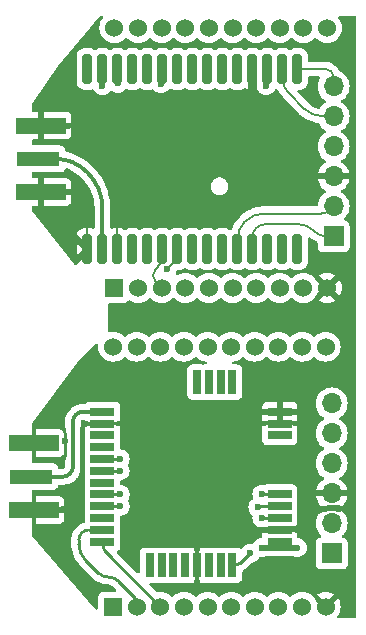
<source format=gbr>
%TF.GenerationSoftware,KiCad,Pcbnew,8.0.2*%
%TF.CreationDate,2025-09-09T09:28:48+02:00*%
%TF.ProjectId,e77,6537372e-6b69-4636-9164-5f7063625858,rev?*%
%TF.SameCoordinates,Original*%
%TF.FileFunction,Copper,L2,Bot*%
%TF.FilePolarity,Positive*%
%FSLAX46Y46*%
G04 Gerber Fmt 4.6, Leading zero omitted, Abs format (unit mm)*
G04 Created by KiCad (PCBNEW 8.0.2) date 2025-09-09 09:28:48*
%MOMM*%
%LPD*%
G01*
G04 APERTURE LIST*
G04 Aperture macros list*
%AMRoundRect*
0 Rectangle with rounded corners*
0 $1 Rounding radius*
0 $2 $3 $4 $5 $6 $7 $8 $9 X,Y pos of 4 corners*
0 Add a 4 corners polygon primitive as box body*
4,1,4,$2,$3,$4,$5,$6,$7,$8,$9,$2,$3,0*
0 Add four circle primitives for the rounded corners*
1,1,$1+$1,$2,$3*
1,1,$1+$1,$4,$5*
1,1,$1+$1,$6,$7*
1,1,$1+$1,$8,$9*
0 Add four rect primitives between the rounded corners*
20,1,$1+$1,$2,$3,$4,$5,0*
20,1,$1+$1,$4,$5,$6,$7,0*
20,1,$1+$1,$6,$7,$8,$9,0*
20,1,$1+$1,$8,$9,$2,$3,0*%
G04 Aperture macros list end*
%TA.AperFunction,ComponentPad*%
%ADD10R,1.700000X1.700000*%
%TD*%
%TA.AperFunction,ComponentPad*%
%ADD11O,1.700000X1.700000*%
%TD*%
%TA.AperFunction,ComponentPad*%
%ADD12R,1.524000X1.524000*%
%TD*%
%TA.AperFunction,ComponentPad*%
%ADD13C,1.524000*%
%TD*%
%TA.AperFunction,SMDPad,CuDef*%
%ADD14R,2.000000X0.700000*%
%TD*%
%TA.AperFunction,SMDPad,CuDef*%
%ADD15R,0.700000X2.000000*%
%TD*%
%TA.AperFunction,SMDPad,CuDef*%
%ADD16R,3.600000X1.270000*%
%TD*%
%TA.AperFunction,SMDPad,CuDef*%
%ADD17R,4.200000X1.350000*%
%TD*%
%TA.AperFunction,SMDPad,CuDef*%
%ADD18RoundRect,0.200000X0.200000X-1.050000X0.200000X1.050000X-0.200000X1.050000X-0.200000X-1.050000X0*%
%TD*%
%TA.AperFunction,ViaPad*%
%ADD19C,0.600000*%
%TD*%
%TA.AperFunction,Conductor*%
%ADD20C,0.250000*%
%TD*%
%TA.AperFunction,Conductor*%
%ADD21C,0.200000*%
%TD*%
%TA.AperFunction,Conductor*%
%ADD22C,0.500000*%
%TD*%
%TA.AperFunction,Conductor*%
%ADD23C,0.330000*%
%TD*%
%TA.AperFunction,Conductor*%
%ADD24C,0.750000*%
%TD*%
G04 APERTURE END LIST*
D10*
%TO.P,J2,1,Pin_1*%
%TO.N,/b6*%
X134064000Y-85150200D03*
D11*
%TO.P,J2,2,Pin_2*%
%TO.N,/b7R*%
X134064000Y-82610200D03*
%TO.P,J2,3,Pin_3*%
%TO.N,GND*%
X134064000Y-80070200D03*
%TO.P,J2,4,Pin_4*%
%TO.N,Net-(J2-Pin_4)*%
X134064000Y-77530200D03*
%TO.P,J2,5,Pin_5*%
%TO.N,Net-(J2-Pin_5)*%
X134064000Y-74990200D03*
%TO.P,J2,6,Pin_6*%
%TO.N,Net-(J2-Pin_6)*%
X134064000Y-72450200D03*
%TD*%
D12*
%TO.P,U2,1,VCC*%
%TO.N,Net-(J1-Pin_4)*%
X115400000Y-116500000D03*
D13*
%TO.P,U2,2,DOUT*%
%TO.N,Net-(U2-DOUT)*%
X117400000Y-116500000D03*
%TO.P,U2,3,DIN*%
%TO.N,Net-(U2-DIN)*%
X119400000Y-116500000D03*
%TO.P,U2,4,DO8*%
%TO.N,unconnected-(U2-DO8-Pad4)*%
X121400000Y-116500000D03*
%TO.P,U2,5,RESET*%
%TO.N,unconnected-(U2-RESET-Pad5)*%
X123400000Y-116500000D03*
%TO.P,U2,6,PWM0/RSSI*%
%TO.N,unconnected-(U2-PWM0{slash}RSSI-Pad6)*%
X125400000Y-116500000D03*
%TO.P,U2,7,PWM1*%
%TO.N,unconnected-(U2-PWM1-Pad7)*%
X127400000Y-116500000D03*
%TO.P,U2,8,RESERVED*%
%TO.N,unconnected-(U2-RESERVED-Pad8)*%
X129400000Y-116500000D03*
%TO.P,U2,9,DTR/DI8*%
%TO.N,unconnected-(U2-DTR{slash}DI8-Pad9)*%
X131400000Y-116500000D03*
%TO.P,U2,10,GND*%
%TO.N,GND*%
X133400000Y-116500000D03*
%TO.P,U2,11,AD4/DIO4*%
%TO.N,unconnected-(U2-AD4{slash}DIO4-Pad11)*%
X133400000Y-94500000D03*
%TO.P,U2,12,CTS/DIO7*%
%TO.N,unconnected-(U2-CTS{slash}DIO7-Pad12)*%
X131400000Y-94500000D03*
%TO.P,U2,13,ON/SLEEP*%
%TO.N,unconnected-(U2-ON{slash}SLEEP-Pad13)*%
X129400000Y-94500000D03*
%TO.P,U2,14,VREF*%
%TO.N,unconnected-(U2-VREF-Pad14)*%
X127400000Y-94500000D03*
%TO.P,U2,15,AD5/DIO5*%
%TO.N,unconnected-(U2-AD5{slash}DIO5-Pad15)*%
X125400000Y-94500000D03*
%TO.P,U2,16,RTS/AD6/DIO6*%
%TO.N,unconnected-(U2-RTS{slash}AD6{slash}DIO6-Pad16)*%
X123400000Y-94500000D03*
%TO.P,U2,17,AD3/DIO3*%
%TO.N,unconnected-(U2-AD3{slash}DIO3-Pad17)*%
X121400000Y-94500000D03*
%TO.P,U2,18,AD2/DIO2*%
%TO.N,unconnected-(U2-AD2{slash}DIO2-Pad18)*%
X119400000Y-94500000D03*
%TO.P,U2,19,AD1/DIO1*%
%TO.N,unconnected-(U2-AD1{slash}DIO1-Pad19)*%
X117400000Y-94500000D03*
%TO.P,U2,20,AD0/DIO0*%
%TO.N,unconnected-(U2-AD0{slash}DIO0-Pad20)*%
X115400000Y-94500000D03*
%TD*%
D12*
%TO.P,U1,1,VCC*%
%TO.N,Net-(J2-Pin_4)*%
X115511600Y-89511600D03*
D13*
%TO.P,U1,2,DOUT*%
%TO.N,/a2*%
X117511600Y-89511600D03*
%TO.P,U1,3,DIN*%
%TO.N,/a3*%
X119511600Y-89511600D03*
%TO.P,U1,4,DO8*%
%TO.N,unconnected-(U1-DO8-Pad4)*%
X121511600Y-89511600D03*
%TO.P,U1,5,RESET*%
%TO.N,unconnected-(U1-RESET-Pad5)*%
X123511600Y-89511600D03*
%TO.P,U1,6,PWM0/RSSI*%
%TO.N,unconnected-(U1-PWM0{slash}RSSI-Pad6)*%
X125511600Y-89511600D03*
%TO.P,U1,7,PWM1*%
%TO.N,unconnected-(U1-PWM1-Pad7)*%
X127511600Y-89511600D03*
%TO.P,U1,8,RESERVED*%
%TO.N,unconnected-(U1-RESERVED-Pad8)*%
X129511600Y-89511600D03*
%TO.P,U1,9,DTR/DI8*%
%TO.N,unconnected-(U1-DTR{slash}DI8-Pad9)*%
X131511600Y-89511600D03*
%TO.P,U1,10,GND*%
%TO.N,GND*%
X133511600Y-89511600D03*
%TO.P,U1,11,AD4/DIO4*%
%TO.N,unconnected-(U1-AD4{slash}DIO4-Pad11)*%
X133511600Y-67511600D03*
%TO.P,U1,12,CTS/DIO7*%
%TO.N,unconnected-(U1-CTS{slash}DIO7-Pad12)*%
X131511600Y-67511600D03*
%TO.P,U1,13,ON/SLEEP*%
%TO.N,unconnected-(U1-ON{slash}SLEEP-Pad13)*%
X129511600Y-67511600D03*
%TO.P,U1,14,VREF*%
%TO.N,unconnected-(U1-VREF-Pad14)*%
X127511600Y-67511600D03*
%TO.P,U1,15,AD5/DIO5*%
%TO.N,unconnected-(U1-AD5{slash}DIO5-Pad15)*%
X125511600Y-67511600D03*
%TO.P,U1,16,RTS/AD6/DIO6*%
%TO.N,unconnected-(U1-RTS{slash}AD6{slash}DIO6-Pad16)*%
X123511600Y-67511600D03*
%TO.P,U1,17,AD3/DIO3*%
%TO.N,unconnected-(U1-AD3{slash}DIO3-Pad17)*%
X121511600Y-67511600D03*
%TO.P,U1,18,AD2/DIO2*%
%TO.N,unconnected-(U1-AD2{slash}DIO2-Pad18)*%
X119511600Y-67511600D03*
%TO.P,U1,19,AD1/DIO1*%
%TO.N,unconnected-(U1-AD1{slash}DIO1-Pad19)*%
X117511600Y-67511600D03*
%TO.P,U1,20,AD0/DIO0*%
%TO.N,unconnected-(U1-AD0{slash}DIO0-Pad20)*%
X115511600Y-67511600D03*
%TD*%
D10*
%TO.P,J1,1,Pin_1*%
%TO.N,Net-(J1-Pin_1)*%
X133908800Y-112000000D03*
D11*
%TO.P,J1,2,Pin_2*%
%TO.N,Net-(J1-Pin_2)*%
X133908800Y-109460000D03*
%TO.P,J1,3,Pin_3*%
%TO.N,GND*%
X133908800Y-106920000D03*
%TO.P,J1,4,Pin_4*%
%TO.N,Net-(J1-Pin_4)*%
X133908800Y-104380000D03*
%TO.P,J1,5,Pin_5*%
%TO.N,Net-(J1-Pin_5)*%
X133908800Y-101840000D03*
%TO.P,J1,6,Pin_6*%
%TO.N,Net-(J1-Pin_6)*%
X133908800Y-99300000D03*
%TD*%
D14*
%TO.P,U4,1,RX2A3*%
%TO.N,Net-(U2-DIN)*%
X114500000Y-111000000D03*
%TO.P,U4,2,TX2A2*%
%TO.N,Net-(U2-DOUT)*%
X114500000Y-110000000D03*
%TO.P,U4,3,Ad5A15*%
%TO.N,unconnected-(U4-Ad5A15-Pad3)*%
X114500000Y-109000000D03*
%TO.P,U4,4,Tx1B6*%
%TO.N,Net-(J1-Pin_1)*%
X114500000Y-108000000D03*
%TO.P,U4,5,Rx1B7*%
%TO.N,Net-(J1-Pin_2)*%
X114500000Y-107000000D03*
%TO.P,U4,6,PA1*%
%TO.N,unconnected-(U4-PA1-Pad6)*%
X114500000Y-106000000D03*
%TO.P,U4,7,Dio*%
%TO.N,Net-(J1-Pin_5)*%
X114500000Y-105000000D03*
%TO.P,U4,8,Clk*%
%TO.N,Net-(J1-Pin_6)*%
X114500000Y-104000000D03*
%TO.P,U4,9,PA12SCL*%
%TO.N,unconnected-(U4-PA12SCL-Pad9)*%
X114500000Y-103000000D03*
%TO.P,U4,10,PA11SDA*%
%TO.N,unconnected-(U4-PA11SDA-Pad10)*%
X114500000Y-102000000D03*
%TO.P,U4,11,GND*%
%TO.N,GND*%
X114500000Y-101000000D03*
%TO.P,U4,12,RFIO*%
%TO.N,Net-(AE2-A)*%
X114500000Y-100000000D03*
D15*
%TO.P,U4,13,MoA7*%
%TO.N,unconnected-(U4-MoA7-Pad13)*%
X122500000Y-97500000D03*
%TO.P,U4,14,MiA6*%
%TO.N,unconnected-(U4-MiA6-Pad14)*%
X123500000Y-97500000D03*
%TO.P,U4,15,CKA5*%
%TO.N,unconnected-(U4-CKA5-Pad15)*%
X124500000Y-97500000D03*
%TO.P,U4,16,CsA4*%
%TO.N,unconnected-(U4-CsA4-Pad16)*%
X125500000Y-97500000D03*
D14*
%TO.P,U4,17,GND*%
%TO.N,GND*%
X129500000Y-100000000D03*
%TO.P,U4,18,GND*%
X129500000Y-101000000D03*
%TO.P,U4,19,PA8*%
%TO.N,unconnected-(U4-PA8-Pad19)*%
X129500000Y-102000000D03*
%TO.P,U4,20,PA9*%
%TO.N,Net-(RN2-R4.1)*%
X129500000Y-107000000D03*
%TO.P,U4,21,Boot*%
%TO.N,Net-(RN2-R3.1)*%
X129500000Y-108000000D03*
%TO.P,U4,22,RST*%
%TO.N,Net-(JP2-B)*%
X129500000Y-109000000D03*
%TO.P,U4,23,GND*%
%TO.N,GND*%
X129500000Y-110000000D03*
%TO.P,U4,24,VDD*%
%TO.N,Net-(J1-Pin_4)*%
X129500000Y-111000000D03*
D15*
%TO.P,U4,25,Ad4A10*%
%TO.N,Net-(RN2-R1.1)*%
X125500000Y-113000000D03*
%TO.P,U4,26,Ad3B2*%
%TO.N,unconnected-(U4-Ad3B2-Pad26)*%
X124500000Y-113000000D03*
%TO.P,U4,27,PB12*%
%TO.N,unconnected-(U4-PB12-Pad27)*%
X123500000Y-113000000D03*
%TO.P,U4,28,GND*%
%TO.N,GND*%
X122500000Y-113000000D03*
%TO.P,U4,29,PA0*%
%TO.N,unconnected-(U4-PA0-Pad29)*%
X121500000Y-113000000D03*
%TO.P,U4,30,PB5*%
%TO.N,unconnected-(U4-PB5-Pad30)*%
X120500000Y-113000000D03*
%TO.P,U4,31,PB4*%
%TO.N,unconnected-(U4-PB4-Pad31)*%
X119500000Y-113000000D03*
%TO.P,U4,32,PB3*%
%TO.N,unconnected-(U4-PB3-Pad32)*%
X118500000Y-113000000D03*
%TD*%
D16*
%TO.P,AE2,1,A*%
%TO.N,Net-(AE2-A)*%
X108462500Y-105500000D03*
D17*
%TO.P,AE2,2,Shield*%
%TO.N,GND*%
X108662500Y-108325000D03*
X108662500Y-102675000D03*
%TD*%
D16*
%TO.P,AE1,1,A*%
%TO.N,Net-(AE1-A)*%
X109073600Y-78597000D03*
D17*
%TO.P,AE1,2,Shield*%
%TO.N,GND*%
X109273600Y-81422000D03*
X109273600Y-75772000D03*
%TD*%
D18*
%TO.P,U3,1,B3*%
%TO.N,unconnected-(U3-B3-Pad1)*%
X131001600Y-86226600D03*
%TO.P,U3,2,B5*%
%TO.N,unconnected-(U3-B5-Pad2)*%
X129731600Y-86226600D03*
%TO.P,U3,3,B5*%
%TO.N,unconnected-(U3-B5-Pad3)*%
X128461600Y-86226600D03*
%TO.P,U3,4,B6_Tx*%
%TO.N,/b6*%
X127191600Y-86226600D03*
%TO.P,U3,5,B7_Rx*%
%TO.N,/b7R*%
X125921600Y-86226600D03*
%TO.P,U3,6,B8*%
%TO.N,unconnected-(U3-B8-Pad6)*%
X124651600Y-86226600D03*
%TO.P,U3,7,A0*%
%TO.N,unconnected-(U3-A0-Pad7)*%
X123381600Y-86226600D03*
%TO.P,U3,8,A1*%
%TO.N,unconnected-(U3-A1-Pad8)*%
X122111600Y-86226600D03*
%TO.P,U3,9,A2_TX*%
%TO.N,/a2*%
X120841600Y-86226600D03*
%TO.P,U3,10,A3_RX*%
%TO.N,/a3*%
X119571600Y-86226600D03*
%TO.P,U3,11,A4*%
%TO.N,unconnected-(U3-A4-Pad11)*%
X118301600Y-86226600D03*
%TO.P,U3,12,A5*%
%TO.N,unconnected-(U3-A5-Pad12)*%
X117031600Y-86226600D03*
%TO.P,U3,13,GND*%
%TO.N,GND*%
X115761600Y-86226600D03*
%TO.P,U3,14,Ant*%
%TO.N,Net-(AE1-A)*%
X114491600Y-86226600D03*
%TO.P,U3,15,GND*%
%TO.N,GND*%
X113221600Y-86226600D03*
%TO.P,U3,16,A8*%
%TO.N,unconnected-(U3-A8-Pad16)*%
X113221600Y-70986600D03*
%TO.P,U3,17,~{Res}*%
%TO.N,Net-(JP1-B)*%
X114491600Y-70986600D03*
%TO.P,U3,18,A9*%
%TO.N,Net-(RN1-R3.1)*%
X115761600Y-70986600D03*
%TO.P,U3,19,A12*%
%TO.N,unconnected-(U3-A12-Pad19)*%
X117031600Y-70986600D03*
%TO.P,U3,20,A11*%
%TO.N,unconnected-(U3-A11-Pad20)*%
X118301600Y-70986600D03*
%TO.P,U3,21,A10*%
%TO.N,Net-(RN1-R2.1)*%
X119571600Y-70986600D03*
%TO.P,U3,22,B12*%
%TO.N,unconnected-(U3-B12-Pad22)*%
X120841600Y-70986600D03*
%TO.P,U3,23,B2*%
%TO.N,unconnected-(U3-B2-Pad23)*%
X122111600Y-70986600D03*
%TO.P,U3,24,B0*%
%TO.N,unconnected-(U3-B0-Pad24)*%
X123381600Y-70986600D03*
%TO.P,U3,25,A15*%
%TO.N,unconnected-(U3-A15-Pad25)*%
X124651600Y-70986600D03*
%TO.P,U3,26,C13*%
%TO.N,unconnected-(U3-C13-Pad26)*%
X125921600Y-70986600D03*
%TO.P,U3,27,GND*%
%TO.N,GND*%
X127191600Y-70986600D03*
%TO.P,U3,28,VCC*%
%TO.N,Net-(J2-Pin_4)*%
X128461600Y-70986600D03*
%TO.P,U3,29,Dio*%
%TO.N,Net-(J2-Pin_5)*%
X129731600Y-70986600D03*
%TO.P,U3,30,Clk*%
%TO.N,Net-(J2-Pin_6)*%
X131001600Y-70986600D03*
%TD*%
D19*
%TO.N,Net-(J1-Pin_1)*%
X116000000Y-108000000D03*
%TO.N,Net-(J1-Pin_2)*%
X116000000Y-107000000D03*
%TO.N,Net-(JP1-B)*%
X114491600Y-72385000D03*
%TO.N,Net-(JP2-B)*%
X128000000Y-109000000D03*
%TO.N,Net-(J1-Pin_4)*%
X131000000Y-111500000D03*
X128000000Y-111500000D03*
%TO.N,Net-(J1-Pin_6)*%
X116000000Y-104000000D03*
%TO.N,Net-(J1-Pin_5)*%
X116000000Y-105000000D03*
%TO.N,/a2*%
X119952218Y-87954361D03*
%TO.N,Net-(RN1-R3.1)*%
X115791341Y-72203286D03*
%TO.N,Net-(RN1-R2.1)*%
X119484400Y-72247000D03*
%TO.N,Net-(J2-Pin_4)*%
X128374400Y-72399400D03*
%TO.N,GND*%
X109324400Y-74126600D03*
X111712000Y-77530200D03*
X122684800Y-88249000D03*
X120297200Y-77073000D03*
X111335000Y-102500000D03*
X114658400Y-78089000D03*
X115064800Y-80019400D03*
X127203200Y-102819200D03*
X111762800Y-85963000D03*
X128831600Y-82000600D03*
X119500000Y-107000000D03*
X113845600Y-68741800D03*
X111579400Y-75772000D03*
X126500000Y-96000000D03*
X111048800Y-106578400D03*
X122532400Y-68945000D03*
X111610400Y-81422000D03*
X134318000Y-69453000D03*
X126190000Y-73517000D03*
X111508800Y-71078600D03*
X113500000Y-115500000D03*
X115369600Y-82305400D03*
X120500000Y-115000000D03*
X120094000Y-73517000D03*
X113500000Y-96000000D03*
X130304800Y-75599800D03*
X109500000Y-100500000D03*
X118265200Y-74787000D03*
X124920000Y-83677000D03*
X122583200Y-79206600D03*
X134550000Y-108204000D03*
X111661200Y-79917800D03*
X109476800Y-83118200D03*
X124500000Y-115000000D03*
X134500000Y-96000000D03*
X109500000Y-110500000D03*
X126291600Y-76209400D03*
X131879600Y-73161400D03*
X113744000Y-75803000D03*
X113236000Y-78190600D03*
X117706400Y-83880200D03*
X110896400Y-104140000D03*
X132082800Y-79105000D03*
X127104400Y-72399400D03*
X117706400Y-76057000D03*
X116538000Y-78038200D03*
X116588800Y-79765400D03*
X131876800Y-105460800D03*
X120500000Y-96000000D03*
X122500000Y-111500000D03*
X123494800Y-108407200D03*
X130000000Y-80375000D03*
X113000000Y-101000000D03*
X131879600Y-82153000D03*
X117195600Y-98399600D03*
X111610400Y-83169000D03*
X127254000Y-100939600D03*
X122684800Y-76158600D03*
X120548400Y-102666800D03*
X113286800Y-81492600D03*
X134673600Y-87385400D03*
X116382800Y-102362000D03*
X128000000Y-110000000D03*
X111559600Y-73923400D03*
X132590800Y-87131400D03*
X130500000Y-115000000D03*
X117297200Y-110540800D03*
X111250000Y-108250000D03*
X131927600Y-104495600D03*
X131572000Y-100126800D03*
X119500000Y-110000000D03*
%TO.N,Net-(RN2-R4.1)*%
X128000000Y-107000000D03*
%TO.N,Net-(RN2-R1.1)*%
X127000000Y-112000000D03*
%TO.N,Net-(RN2-R3.1)*%
X127660400Y-108100000D03*
%TD*%
D20*
%TO.N,Net-(J1-Pin_1)*%
X116000000Y-108000000D02*
X114500000Y-108000000D01*
%TO.N,Net-(J1-Pin_2)*%
X116000000Y-107000000D02*
X114500000Y-107000000D01*
D21*
%TO.N,Net-(JP1-B)*%
X114491600Y-72385000D02*
X114491600Y-70986600D01*
D20*
%TO.N,Net-(JP2-B)*%
X128000000Y-109000000D02*
X129500000Y-109000000D01*
D22*
%TO.N,Net-(J1-Pin_4)*%
X128646446Y-111500000D02*
X129353553Y-111500000D01*
X128646446Y-111500000D02*
X128000000Y-111500000D01*
X129250000Y-111250000D02*
X129500000Y-111000000D01*
X129353553Y-111500000D02*
X131000000Y-111500000D01*
X129250000Y-111250000D02*
G75*
G03*
X129353553Y-111500113I103600J-103600D01*
G01*
X128646446Y-111500000D02*
G75*
G03*
X129249986Y-111249986I-46J853600D01*
G01*
D20*
%TO.N,Net-(J1-Pin_6)*%
X116000000Y-104000000D02*
X114500000Y-104000000D01*
D21*
%TO.N,/a3*%
X119174771Y-87745827D02*
X118994453Y-87926146D01*
X118994453Y-88994453D02*
X119511600Y-89511600D01*
X119571600Y-86787800D02*
X119571600Y-86226600D01*
X118773200Y-88460300D02*
G75*
G02*
X118994455Y-87926148I755400J0D01*
G01*
X118773200Y-88460300D02*
G75*
G03*
X118994455Y-88994451I755400J0D01*
G01*
X119571600Y-86787800D02*
G75*
G02*
X119174781Y-87745837I-1354900J0D01*
G01*
D20*
%TO.N,Net-(J1-Pin_5)*%
X116000000Y-105000000D02*
X114500000Y-105000000D01*
D21*
%TO.N,/a2*%
X120545188Y-87361390D02*
X119952218Y-87954361D01*
X120841600Y-86645789D02*
X120841600Y-86226600D01*
X120545188Y-87361390D02*
G75*
G03*
X120841596Y-86645789I-715588J715590D01*
G01*
D23*
%TO.N,Net-(AE1-A)*%
X114491600Y-82735026D02*
X114491600Y-86226600D01*
X113279600Y-79809000D02*
X113126138Y-79655538D01*
X110570600Y-78597000D02*
X109073600Y-78597000D01*
X113126138Y-79655538D02*
G75*
G03*
X110570600Y-78597007I-2555538J-2555562D01*
G01*
X113279600Y-79809000D02*
G75*
G02*
X114491589Y-82735026I-2926000J-2926000D01*
G01*
D21*
%TO.N,/b6*%
X132413747Y-84719147D02*
X132336800Y-84642200D01*
X128256834Y-84134200D02*
X131110379Y-84134200D01*
X133454400Y-85150200D02*
X134064000Y-85150200D01*
X127191600Y-85199434D02*
X127191600Y-86226600D01*
X133454400Y-85150200D02*
G75*
G02*
X132413748Y-84719146I0J1471700D01*
G01*
X127503600Y-84446200D02*
G75*
G03*
X127191614Y-85199434I753200J-753200D01*
G01*
X131110379Y-84134200D02*
G75*
G02*
X132336806Y-84642194I21J-1734400D01*
G01*
X128256834Y-84134200D02*
G75*
G03*
X127503590Y-84446190I-34J-1065200D01*
G01*
%TO.N,/b7R*%
X126512599Y-83964000D02*
X126589199Y-83887399D01*
X125921600Y-85390800D02*
X125921600Y-86226600D01*
X133759200Y-82915000D02*
X134064000Y-82610200D01*
X133023347Y-83219800D02*
X128200928Y-83219800D01*
X126589199Y-83887399D02*
G75*
G02*
X128200928Y-83219811I1611701J-1611701D01*
G01*
X133759200Y-82915000D02*
G75*
G02*
X133023347Y-83219820I-735900J735900D01*
G01*
X125921600Y-85390800D02*
G75*
G02*
X126512599Y-83964000I2017800J0D01*
G01*
%TO.N,Net-(RN1-R3.1)*%
X115791341Y-72203286D02*
X115791341Y-71037371D01*
X115776470Y-71001470D02*
X115761600Y-70986600D01*
X115776470Y-71001470D02*
G75*
G02*
X115791370Y-71037371I-35870J-35930D01*
G01*
%TO.N,Net-(RN1-R2.1)*%
X119484400Y-72247000D02*
X119528000Y-72203400D01*
X119571600Y-72098140D02*
X119571600Y-70986600D01*
X119528000Y-72203400D02*
G75*
G03*
X119571617Y-72098140I-105300J105300D01*
G01*
D20*
%TO.N,Net-(U2-DIN)*%
X114500000Y-111300000D02*
X114500000Y-111000000D01*
X114712132Y-111812132D02*
X119400000Y-116500000D01*
X114500000Y-111300000D02*
G75*
G03*
X114712125Y-111812139I724300J0D01*
G01*
%TO.N,Net-(U2-DOUT)*%
X112500000Y-110853553D02*
X112500000Y-111250000D01*
X113353553Y-110000000D02*
X114500000Y-110000000D01*
X117400000Y-116200000D02*
X117400000Y-116500000D01*
X114146465Y-113646465D02*
X113030330Y-112530330D01*
X117187867Y-115687867D02*
X115853565Y-114353565D01*
X114146465Y-113646465D02*
G75*
G03*
X115000000Y-114000031I853535J853465D01*
G01*
X115853565Y-114353565D02*
G75*
G03*
X115000000Y-113999998I-853565J-853535D01*
G01*
X117400000Y-116200000D02*
G75*
G03*
X117187874Y-115687860I-724300J0D01*
G01*
X113030330Y-112530330D02*
G75*
G02*
X112500012Y-111250000I1280370J1280330D01*
G01*
X112750000Y-110250000D02*
G75*
G02*
X113353553Y-110000022I603500J-603500D01*
G01*
X112500000Y-110853553D02*
G75*
G02*
X112749984Y-110249984I853500J53D01*
G01*
D23*
%TO.N,Net-(AE2-A)*%
X112853553Y-100000000D02*
X114500000Y-100000000D01*
X112000000Y-100853553D02*
X112000000Y-104646446D01*
X111146446Y-105500000D02*
X108462500Y-105500000D01*
X111750000Y-105250000D02*
G75*
G02*
X111146446Y-105500019I-603600J603600D01*
G01*
X112853553Y-100000000D02*
G75*
G03*
X112249984Y-100249984I-53J-853500D01*
G01*
X111750000Y-105250000D02*
G75*
G03*
X112000019Y-104646446I-603600J603600D01*
G01*
X112000000Y-100853553D02*
G75*
G02*
X112249984Y-100249984I853500J53D01*
G01*
D21*
%TO.N,Net-(J2-Pin_4)*%
X128418000Y-71030200D02*
X128461600Y-70986600D01*
X128374400Y-71135459D02*
X128374400Y-72399400D01*
X128374400Y-71135459D02*
G75*
G02*
X128418012Y-71030212I148900J-41D01*
G01*
D20*
%TO.N,GND*%
X109500000Y-100500000D02*
X109542000Y-100542000D01*
D21*
X111610400Y-81422000D02*
X111829100Y-81422000D01*
D20*
X113000000Y-101000000D02*
X114500000Y-101000000D01*
D21*
X112404526Y-75987526D02*
X114853392Y-78436392D01*
X111579400Y-75772000D02*
X111884200Y-75772000D01*
X114745121Y-78038200D02*
X116538000Y-78038200D01*
X111579400Y-75772000D02*
X109273600Y-75772000D01*
D20*
X110896400Y-104140000D02*
X110998000Y-104140000D01*
X111250000Y-108250000D02*
X111962200Y-107537800D01*
D21*
X111579400Y-75772000D02*
X111610400Y-75803000D01*
X111610400Y-81422000D02*
X109273600Y-81422000D01*
D24*
X127427400Y-77802400D02*
X127899000Y-78274000D01*
D22*
X134550000Y-108204000D02*
X134528000Y-108182000D01*
X128000000Y-110000000D02*
X129476806Y-110000000D01*
X130247600Y-110032800D02*
X129555993Y-110032800D01*
X134474887Y-108160000D02*
X133670600Y-108160000D01*
D21*
X112202444Y-81576644D02*
X112634700Y-82008900D01*
X113221600Y-83425801D02*
X113221600Y-86226600D01*
D20*
X111335000Y-102500000D02*
X111335000Y-103738147D01*
X122500000Y-111500000D02*
X122500000Y-113000000D01*
D24*
X130000000Y-80375000D02*
X127899000Y-78274000D01*
D21*
X115565600Y-82501400D02*
X115369600Y-82305400D01*
D20*
X111171442Y-104068157D02*
X111217299Y-104022299D01*
X110947840Y-100940240D02*
X110963300Y-100955700D01*
D22*
X131467839Y-109527359D02*
X132244482Y-108750717D01*
D21*
X127104400Y-72399400D02*
X127104400Y-71135459D01*
D20*
X111250000Y-108250000D02*
X111212500Y-108287500D01*
D21*
X115565600Y-82109400D02*
X115369600Y-82305400D01*
D20*
X112674400Y-101555833D02*
X112674400Y-105818397D01*
X111121966Y-108325000D02*
X108662500Y-108325000D01*
X113000000Y-101000000D02*
X112837200Y-101162800D01*
D21*
X114658400Y-78089000D02*
X114683800Y-78063600D01*
D20*
X110087800Y-100584000D02*
X109643396Y-100584000D01*
X111335000Y-102500000D02*
X111335000Y-101853063D01*
D21*
X115761600Y-82974585D02*
X115761600Y-86226600D01*
D24*
X127191600Y-71048259D02*
X127191600Y-77233128D01*
D21*
X127329728Y-78038200D02*
X116538000Y-78038200D01*
X115761600Y-80629000D02*
X115761600Y-81636214D01*
D22*
X133670600Y-108160000D02*
G75*
G03*
X132244490Y-108750725I0J-2016800D01*
G01*
D21*
X127148000Y-71030200D02*
G75*
G03*
X127104383Y-71135459I105300J-105300D01*
G01*
X112404526Y-75987526D02*
G75*
G03*
X111884200Y-75771985I-520326J-520274D01*
G01*
X127427400Y-77802400D02*
G75*
G02*
X127329728Y-78038269I-97700J-97700D01*
G01*
X115565600Y-82109400D02*
G75*
G03*
X115761606Y-81636214I-473200J473200D01*
G01*
D20*
X111217299Y-104022299D02*
G75*
G03*
X111335018Y-103738147I-284199J284199D01*
G01*
D21*
X115761600Y-82974585D02*
G75*
G03*
X115565596Y-82501404I-669200J-15D01*
G01*
D20*
X110947840Y-100940240D02*
G75*
G03*
X110087800Y-100584006I-860040J-860060D01*
G01*
X111212500Y-108287500D02*
G75*
G02*
X111121966Y-108324986I-90500J90500D01*
G01*
D24*
X127899000Y-78274000D02*
G75*
G03*
X127329728Y-78038188I-569300J-569300D01*
G01*
D22*
X129516400Y-110016400D02*
G75*
G03*
X129476806Y-109999997I-39600J-39600D01*
G01*
D24*
X127148000Y-71030200D02*
G75*
G02*
X127191697Y-71048259I18100J-18100D01*
G01*
D20*
X109542000Y-100542000D02*
G75*
G03*
X109643396Y-100584001I101400J101400D01*
G01*
D21*
X114745121Y-78038200D02*
G75*
G03*
X114683794Y-78063594I-21J-86700D01*
G01*
D22*
X129516400Y-110016400D02*
G75*
G03*
X129555993Y-110032803I39600J39600D01*
G01*
D20*
X111335000Y-101853063D02*
G75*
G03*
X110963289Y-100955711I-1269100J-37D01*
G01*
D21*
X115761600Y-80629000D02*
G75*
G03*
X114853389Y-78436395I-3100800J0D01*
G01*
D20*
X112837200Y-101162800D02*
G75*
G03*
X112674414Y-101555833I393000J-393000D01*
G01*
D22*
X131467839Y-109527359D02*
G75*
G02*
X130247600Y-110032793I-1220239J1220259D01*
G01*
D20*
X111171442Y-104068157D02*
G75*
G02*
X110998000Y-104139995I-173442J173457D01*
G01*
X112674400Y-105818397D02*
G75*
G02*
X111962201Y-107537801I-2431600J-3D01*
G01*
D21*
X113221600Y-83425801D02*
G75*
G03*
X112634701Y-82008899I-2003800J1D01*
G01*
X112202444Y-81576644D02*
G75*
G03*
X111829100Y-81422003I-373344J-373356D01*
G01*
D22*
X134528000Y-108182000D02*
G75*
G03*
X134474887Y-108160005I-53100J-53100D01*
G01*
D24*
X127191600Y-77233128D02*
G75*
G03*
X127427408Y-77802392I805100J28D01*
G01*
D21*
%TO.N,Net-(J2-Pin_6)*%
X134064000Y-71663979D02*
X134064000Y-72450200D01*
X133386620Y-70986600D02*
X131001600Y-70986600D01*
X133865600Y-71185000D02*
G75*
G02*
X134064008Y-71663979I-479000J-479000D01*
G01*
X133865600Y-71185000D02*
G75*
G03*
X133386620Y-70986592I-479000J-479000D01*
G01*
%TO.N,Net-(J2-Pin_5)*%
X130261930Y-73016930D02*
X131588621Y-74343621D01*
X129731600Y-71736600D02*
X129731600Y-70986600D01*
X133149600Y-74990200D02*
X134064000Y-74990200D01*
X130261930Y-73016930D02*
G75*
G02*
X129731612Y-71736600I1280370J1280330D01*
G01*
X133149600Y-74990200D02*
G75*
G02*
X131588612Y-74343630I0J2207600D01*
G01*
D20*
%TO.N,Net-(RN2-R4.1)*%
X128000000Y-107000000D02*
X129500000Y-107000000D01*
%TO.N,Net-(RN2-R1.1)*%
X125750000Y-113000000D02*
X125500000Y-113000000D01*
X127000000Y-112000000D02*
X126176776Y-112823223D01*
X125750000Y-113000000D02*
G75*
G03*
X126176786Y-112823233I0J603600D01*
G01*
%TO.N,Net-(RN2-R3.1)*%
X127710400Y-108050000D02*
X127660400Y-108100000D01*
X127831110Y-108000000D02*
X129500000Y-108000000D01*
X127831110Y-108000000D02*
G75*
G03*
X127710397Y-108049997I-10J-170700D01*
G01*
%TD*%
%TA.AperFunction,Conductor*%
%TO.N,GND*%
G36*
X114507188Y-66520185D02*
G01*
X114552943Y-66572989D01*
X114562887Y-66642147D01*
X114541724Y-66695623D01*
X114414066Y-66877938D01*
X114414065Y-66877940D01*
X114320707Y-67078148D01*
X114320704Y-67078154D01*
X114263530Y-67291529D01*
X114263529Y-67291537D01*
X114244277Y-67511597D01*
X114244277Y-67511602D01*
X114263529Y-67731662D01*
X114263530Y-67731670D01*
X114320704Y-67945045D01*
X114320705Y-67945047D01*
X114320706Y-67945050D01*
X114414066Y-68145262D01*
X114414068Y-68145266D01*
X114540770Y-68326215D01*
X114540775Y-68326221D01*
X114696978Y-68482424D01*
X114696984Y-68482429D01*
X114877933Y-68609131D01*
X114877935Y-68609132D01*
X114877938Y-68609134D01*
X115078150Y-68702494D01*
X115291532Y-68759670D01*
X115448723Y-68773422D01*
X115511598Y-68778923D01*
X115511600Y-68778923D01*
X115511602Y-68778923D01*
X115566617Y-68774109D01*
X115731668Y-68759670D01*
X115945050Y-68702494D01*
X116145262Y-68609134D01*
X116326220Y-68482426D01*
X116423919Y-68384727D01*
X116485242Y-68351242D01*
X116554934Y-68356226D01*
X116599281Y-68384727D01*
X116696978Y-68482424D01*
X116696984Y-68482429D01*
X116877933Y-68609131D01*
X116877935Y-68609132D01*
X116877938Y-68609134D01*
X117078150Y-68702494D01*
X117291532Y-68759670D01*
X117448723Y-68773422D01*
X117511598Y-68778923D01*
X117511600Y-68778923D01*
X117511602Y-68778923D01*
X117566617Y-68774109D01*
X117731668Y-68759670D01*
X117945050Y-68702494D01*
X118145262Y-68609134D01*
X118326220Y-68482426D01*
X118423919Y-68384727D01*
X118485242Y-68351242D01*
X118554934Y-68356226D01*
X118599281Y-68384727D01*
X118696978Y-68482424D01*
X118696984Y-68482429D01*
X118877933Y-68609131D01*
X118877935Y-68609132D01*
X118877938Y-68609134D01*
X119078150Y-68702494D01*
X119291532Y-68759670D01*
X119448723Y-68773422D01*
X119511598Y-68778923D01*
X119511600Y-68778923D01*
X119511602Y-68778923D01*
X119566617Y-68774109D01*
X119731668Y-68759670D01*
X119945050Y-68702494D01*
X120145262Y-68609134D01*
X120326220Y-68482426D01*
X120423919Y-68384727D01*
X120485242Y-68351242D01*
X120554934Y-68356226D01*
X120599281Y-68384727D01*
X120696978Y-68482424D01*
X120696984Y-68482429D01*
X120877933Y-68609131D01*
X120877935Y-68609132D01*
X120877938Y-68609134D01*
X121078150Y-68702494D01*
X121291532Y-68759670D01*
X121448723Y-68773422D01*
X121511598Y-68778923D01*
X121511600Y-68778923D01*
X121511602Y-68778923D01*
X121566617Y-68774109D01*
X121731668Y-68759670D01*
X121945050Y-68702494D01*
X122145262Y-68609134D01*
X122326220Y-68482426D01*
X122423919Y-68384727D01*
X122485242Y-68351242D01*
X122554934Y-68356226D01*
X122599281Y-68384727D01*
X122696978Y-68482424D01*
X122696984Y-68482429D01*
X122877933Y-68609131D01*
X122877935Y-68609132D01*
X122877938Y-68609134D01*
X123078150Y-68702494D01*
X123291532Y-68759670D01*
X123448723Y-68773422D01*
X123511598Y-68778923D01*
X123511600Y-68778923D01*
X123511602Y-68778923D01*
X123566617Y-68774109D01*
X123731668Y-68759670D01*
X123945050Y-68702494D01*
X124145262Y-68609134D01*
X124326220Y-68482426D01*
X124423919Y-68384727D01*
X124485242Y-68351242D01*
X124554934Y-68356226D01*
X124599281Y-68384727D01*
X124696978Y-68482424D01*
X124696984Y-68482429D01*
X124877933Y-68609131D01*
X124877935Y-68609132D01*
X124877938Y-68609134D01*
X125078150Y-68702494D01*
X125291532Y-68759670D01*
X125448723Y-68773422D01*
X125511598Y-68778923D01*
X125511600Y-68778923D01*
X125511602Y-68778923D01*
X125566617Y-68774109D01*
X125731668Y-68759670D01*
X125945050Y-68702494D01*
X126145262Y-68609134D01*
X126326220Y-68482426D01*
X126423919Y-68384727D01*
X126485242Y-68351242D01*
X126554934Y-68356226D01*
X126599281Y-68384727D01*
X126696978Y-68482424D01*
X126696984Y-68482429D01*
X126877933Y-68609131D01*
X126877935Y-68609132D01*
X126877938Y-68609134D01*
X127078150Y-68702494D01*
X127291532Y-68759670D01*
X127448723Y-68773422D01*
X127511598Y-68778923D01*
X127511600Y-68778923D01*
X127511602Y-68778923D01*
X127566617Y-68774109D01*
X127731668Y-68759670D01*
X127945050Y-68702494D01*
X128145262Y-68609134D01*
X128326220Y-68482426D01*
X128423919Y-68384727D01*
X128485242Y-68351242D01*
X128554934Y-68356226D01*
X128599281Y-68384727D01*
X128696978Y-68482424D01*
X128696984Y-68482429D01*
X128877933Y-68609131D01*
X128877935Y-68609132D01*
X128877938Y-68609134D01*
X129078150Y-68702494D01*
X129291532Y-68759670D01*
X129448723Y-68773422D01*
X129511598Y-68778923D01*
X129511600Y-68778923D01*
X129511602Y-68778923D01*
X129566617Y-68774109D01*
X129731668Y-68759670D01*
X129945050Y-68702494D01*
X130145262Y-68609134D01*
X130326220Y-68482426D01*
X130423919Y-68384727D01*
X130485242Y-68351242D01*
X130554934Y-68356226D01*
X130599281Y-68384727D01*
X130696978Y-68482424D01*
X130696984Y-68482429D01*
X130877933Y-68609131D01*
X130877935Y-68609132D01*
X130877938Y-68609134D01*
X131078150Y-68702494D01*
X131291532Y-68759670D01*
X131448723Y-68773422D01*
X131511598Y-68778923D01*
X131511600Y-68778923D01*
X131511602Y-68778923D01*
X131566617Y-68774109D01*
X131731668Y-68759670D01*
X131945050Y-68702494D01*
X132145262Y-68609134D01*
X132326220Y-68482426D01*
X132423919Y-68384727D01*
X132485242Y-68351242D01*
X132554934Y-68356226D01*
X132599281Y-68384727D01*
X132696978Y-68482424D01*
X132696984Y-68482429D01*
X132877933Y-68609131D01*
X132877935Y-68609132D01*
X132877938Y-68609134D01*
X133078150Y-68702494D01*
X133291532Y-68759670D01*
X133448723Y-68773422D01*
X133511598Y-68778923D01*
X133511600Y-68778923D01*
X133511602Y-68778923D01*
X133566617Y-68774109D01*
X133731668Y-68759670D01*
X133945050Y-68702494D01*
X134145262Y-68609134D01*
X134326220Y-68482426D01*
X134482426Y-68326220D01*
X134609134Y-68145262D01*
X134702494Y-67945050D01*
X134759670Y-67731668D01*
X134778923Y-67511600D01*
X134759670Y-67291532D01*
X134702494Y-67078150D01*
X134609134Y-66877939D01*
X134482426Y-66696980D01*
X134481476Y-66695623D01*
X134459149Y-66629417D01*
X134476159Y-66561649D01*
X134527108Y-66513837D01*
X134583051Y-66500500D01*
X135875500Y-66500500D01*
X135942539Y-66520185D01*
X135988294Y-66572989D01*
X135999500Y-66624500D01*
X135999500Y-117375500D01*
X135979815Y-117442539D01*
X135927011Y-117488294D01*
X135875500Y-117499500D01*
X134478962Y-117499500D01*
X134411923Y-117479815D01*
X134366168Y-117427011D01*
X134356224Y-117357853D01*
X134377387Y-117304376D01*
X134497099Y-117133409D01*
X134497100Y-117133407D01*
X134590419Y-116933284D01*
X134590424Y-116933270D01*
X134647573Y-116719986D01*
X134647575Y-116719976D01*
X134666821Y-116500000D01*
X134666821Y-116499999D01*
X134647575Y-116280023D01*
X134647573Y-116280013D01*
X134590424Y-116066729D01*
X134590420Y-116066720D01*
X134497096Y-115866586D01*
X134451741Y-115801811D01*
X134451740Y-115801810D01*
X133781000Y-116472550D01*
X133781000Y-116449840D01*
X133755036Y-116352939D01*
X133704876Y-116266060D01*
X133633940Y-116195124D01*
X133547061Y-116144964D01*
X133450160Y-116119000D01*
X133427448Y-116119000D01*
X134098188Y-115448259D01*
X134098187Y-115448258D01*
X134033411Y-115402901D01*
X134033405Y-115402898D01*
X133833284Y-115309580D01*
X133833270Y-115309575D01*
X133619986Y-115252426D01*
X133619976Y-115252424D01*
X133400001Y-115233179D01*
X133399999Y-115233179D01*
X133180023Y-115252424D01*
X133180013Y-115252426D01*
X132966729Y-115309575D01*
X132966720Y-115309579D01*
X132766590Y-115402901D01*
X132701811Y-115448258D01*
X133372553Y-116119000D01*
X133349840Y-116119000D01*
X133252939Y-116144964D01*
X133166060Y-116195124D01*
X133095124Y-116266060D01*
X133044964Y-116352939D01*
X133019000Y-116449840D01*
X133019000Y-116472553D01*
X132587041Y-116040594D01*
X132562341Y-116005319D01*
X132497534Y-115866339D01*
X132400000Y-115727045D01*
X132370827Y-115685381D01*
X132312318Y-115626872D01*
X132214620Y-115529174D01*
X132214616Y-115529171D01*
X132214615Y-115529170D01*
X132033666Y-115402468D01*
X132033662Y-115402466D01*
X131986457Y-115380454D01*
X131833450Y-115309106D01*
X131833447Y-115309105D01*
X131833445Y-115309104D01*
X131620070Y-115251930D01*
X131620062Y-115251929D01*
X131400002Y-115232677D01*
X131399998Y-115232677D01*
X131179937Y-115251929D01*
X131179929Y-115251930D01*
X130966554Y-115309104D01*
X130966548Y-115309107D01*
X130766340Y-115402465D01*
X130766338Y-115402466D01*
X130585381Y-115529172D01*
X130487680Y-115626873D01*
X130426356Y-115660357D01*
X130356665Y-115655373D01*
X130312318Y-115626872D01*
X130214621Y-115529175D01*
X130214615Y-115529170D01*
X130033666Y-115402468D01*
X130033662Y-115402466D01*
X129986457Y-115380454D01*
X129833450Y-115309106D01*
X129833447Y-115309105D01*
X129833445Y-115309104D01*
X129620070Y-115251930D01*
X129620062Y-115251929D01*
X129400002Y-115232677D01*
X129399998Y-115232677D01*
X129179937Y-115251929D01*
X129179929Y-115251930D01*
X128966554Y-115309104D01*
X128966548Y-115309107D01*
X128766340Y-115402465D01*
X128766338Y-115402466D01*
X128585381Y-115529172D01*
X128487680Y-115626873D01*
X128426356Y-115660357D01*
X128356665Y-115655373D01*
X128312318Y-115626872D01*
X128214621Y-115529175D01*
X128214615Y-115529170D01*
X128033666Y-115402468D01*
X128033662Y-115402466D01*
X127986457Y-115380454D01*
X127833450Y-115309106D01*
X127833447Y-115309105D01*
X127833445Y-115309104D01*
X127620070Y-115251930D01*
X127620062Y-115251929D01*
X127400002Y-115232677D01*
X127399998Y-115232677D01*
X127179937Y-115251929D01*
X127179929Y-115251930D01*
X126966554Y-115309104D01*
X126966548Y-115309107D01*
X126766340Y-115402465D01*
X126766338Y-115402466D01*
X126585381Y-115529172D01*
X126487680Y-115626873D01*
X126426356Y-115660357D01*
X126356665Y-115655373D01*
X126312318Y-115626872D01*
X126214621Y-115529175D01*
X126214615Y-115529170D01*
X126033666Y-115402468D01*
X126033662Y-115402466D01*
X125986457Y-115380454D01*
X125833450Y-115309106D01*
X125833447Y-115309105D01*
X125833445Y-115309104D01*
X125620070Y-115251930D01*
X125620062Y-115251929D01*
X125400002Y-115232677D01*
X125399998Y-115232677D01*
X125179937Y-115251929D01*
X125179929Y-115251930D01*
X124966554Y-115309104D01*
X124966548Y-115309107D01*
X124766340Y-115402465D01*
X124766338Y-115402466D01*
X124585381Y-115529172D01*
X124487680Y-115626873D01*
X124426356Y-115660357D01*
X124356665Y-115655373D01*
X124312318Y-115626872D01*
X124214621Y-115529175D01*
X124214615Y-115529170D01*
X124033666Y-115402468D01*
X124033662Y-115402466D01*
X123986457Y-115380454D01*
X123833450Y-115309106D01*
X123833447Y-115309105D01*
X123833445Y-115309104D01*
X123620070Y-115251930D01*
X123620062Y-115251929D01*
X123400002Y-115232677D01*
X123399998Y-115232677D01*
X123179937Y-115251929D01*
X123179929Y-115251930D01*
X122966554Y-115309104D01*
X122966548Y-115309107D01*
X122766340Y-115402465D01*
X122766338Y-115402466D01*
X122585381Y-115529172D01*
X122487680Y-115626873D01*
X122426356Y-115660357D01*
X122356665Y-115655373D01*
X122312318Y-115626872D01*
X122214621Y-115529175D01*
X122214615Y-115529170D01*
X122033666Y-115402468D01*
X122033662Y-115402466D01*
X121986457Y-115380454D01*
X121833450Y-115309106D01*
X121833447Y-115309105D01*
X121833445Y-115309104D01*
X121620070Y-115251930D01*
X121620062Y-115251929D01*
X121400002Y-115232677D01*
X121399998Y-115232677D01*
X121179937Y-115251929D01*
X121179929Y-115251930D01*
X120966554Y-115309104D01*
X120966548Y-115309107D01*
X120766340Y-115402465D01*
X120766338Y-115402466D01*
X120585381Y-115529172D01*
X120487680Y-115626873D01*
X120426356Y-115660357D01*
X120356665Y-115655373D01*
X120312318Y-115626872D01*
X120214621Y-115529175D01*
X120214615Y-115529170D01*
X120033666Y-115402468D01*
X120033662Y-115402466D01*
X119986457Y-115380454D01*
X119833450Y-115309106D01*
X119833447Y-115309105D01*
X119833445Y-115309104D01*
X119620070Y-115251930D01*
X119620062Y-115251929D01*
X119400002Y-115232677D01*
X119399998Y-115232677D01*
X119253288Y-115245512D01*
X119179932Y-115251930D01*
X119179930Y-115251930D01*
X119179926Y-115251931D01*
X119135977Y-115263707D01*
X119066127Y-115262044D01*
X119016204Y-115231613D01*
X118496771Y-114712180D01*
X118463286Y-114650857D01*
X118468270Y-114581165D01*
X118510142Y-114525232D01*
X118575606Y-114500815D01*
X118584452Y-114500499D01*
X118897871Y-114500499D01*
X118897872Y-114500499D01*
X118957483Y-114494091D01*
X118957485Y-114494090D01*
X118957487Y-114494090D01*
X118965031Y-114492308D01*
X118965377Y-114493775D01*
X119026342Y-114489408D01*
X119041378Y-114493822D01*
X119042513Y-114494089D01*
X119042517Y-114494091D01*
X119102127Y-114500500D01*
X119897872Y-114500499D01*
X119957483Y-114494091D01*
X119957485Y-114494090D01*
X119957487Y-114494090D01*
X119965031Y-114492308D01*
X119965377Y-114493775D01*
X120026342Y-114489408D01*
X120041378Y-114493822D01*
X120042513Y-114494089D01*
X120042517Y-114494091D01*
X120102127Y-114500500D01*
X120897872Y-114500499D01*
X120957483Y-114494091D01*
X120957485Y-114494090D01*
X120957487Y-114494090D01*
X120965031Y-114492308D01*
X120965377Y-114493775D01*
X121026342Y-114489408D01*
X121041378Y-114493822D01*
X121042513Y-114494089D01*
X121042517Y-114494091D01*
X121102127Y-114500500D01*
X121897872Y-114500499D01*
X121957483Y-114494091D01*
X121957489Y-114494088D01*
X121965025Y-114492308D01*
X121965321Y-114493561D01*
X122027063Y-114489142D01*
X122040655Y-114493132D01*
X122042627Y-114493598D01*
X122102155Y-114499999D01*
X122102172Y-114500000D01*
X122250000Y-114500000D01*
X122250000Y-114342106D01*
X122269685Y-114275067D01*
X122274734Y-114267794D01*
X122293796Y-114242331D01*
X122344091Y-114107483D01*
X122350500Y-114047873D01*
X122350499Y-111952135D01*
X122649500Y-111952135D01*
X122649500Y-114047870D01*
X122649501Y-114047876D01*
X122655908Y-114107483D01*
X122706203Y-114242329D01*
X122725266Y-114267794D01*
X122749684Y-114333258D01*
X122750000Y-114342106D01*
X122750000Y-114500000D01*
X122897828Y-114500000D01*
X122897844Y-114499999D01*
X122957375Y-114493598D01*
X122964926Y-114491814D01*
X122965315Y-114493462D01*
X123025624Y-114489140D01*
X123042387Y-114494060D01*
X123042512Y-114494089D01*
X123042517Y-114494091D01*
X123102127Y-114500500D01*
X123897872Y-114500499D01*
X123957483Y-114494091D01*
X123957485Y-114494090D01*
X123957487Y-114494090D01*
X123965031Y-114492308D01*
X123965377Y-114493775D01*
X124026342Y-114489408D01*
X124041378Y-114493822D01*
X124042513Y-114494089D01*
X124042517Y-114494091D01*
X124102127Y-114500500D01*
X124897872Y-114500499D01*
X124957483Y-114494091D01*
X124957485Y-114494090D01*
X124957487Y-114494090D01*
X124965031Y-114492308D01*
X124965377Y-114493775D01*
X125026342Y-114489408D01*
X125041378Y-114493822D01*
X125042513Y-114494089D01*
X125042517Y-114494091D01*
X125102127Y-114500500D01*
X125897872Y-114500499D01*
X125957483Y-114494091D01*
X126092331Y-114443796D01*
X126207546Y-114357546D01*
X126293796Y-114242331D01*
X126344091Y-114107483D01*
X126350500Y-114047873D01*
X126350499Y-113542521D01*
X126370183Y-113475483D01*
X126401618Y-113442201D01*
X126550649Y-113333934D01*
X126570508Y-113314075D01*
X126570559Y-113314030D01*
X126575506Y-113309082D01*
X126575509Y-113309081D01*
X126619047Y-113265543D01*
X126672754Y-113211841D01*
X126672755Y-113211837D01*
X126679133Y-113205461D01*
X126679165Y-113205423D01*
X127058379Y-112826209D01*
X127119700Y-112792726D01*
X127132156Y-112790674D01*
X127179255Y-112785368D01*
X127349522Y-112725789D01*
X127502262Y-112629816D01*
X127629816Y-112502262D01*
X127725789Y-112349522D01*
X127725789Y-112349519D01*
X127728259Y-112345590D01*
X127780594Y-112299299D01*
X127847136Y-112288342D01*
X127999996Y-112305565D01*
X128000000Y-112305565D01*
X128000004Y-112305565D01*
X128179249Y-112285369D01*
X128179252Y-112285368D01*
X128179255Y-112285368D01*
X128259017Y-112257457D01*
X128299972Y-112250500D01*
X128561135Y-112250500D01*
X128561211Y-112250503D01*
X128567600Y-112250502D01*
X128567606Y-112250504D01*
X128595104Y-112250502D01*
X128595166Y-112250520D01*
X128646486Y-112250518D01*
X128646486Y-112250519D01*
X128737350Y-112250514D01*
X128755482Y-112250514D01*
X128755909Y-112250500D01*
X129279635Y-112250500D01*
X129353312Y-112250500D01*
X129432193Y-112250525D01*
X129432197Y-112250524D01*
X129438384Y-112250526D01*
X129438900Y-112250500D01*
X130700028Y-112250500D01*
X130740982Y-112257457D01*
X130820745Y-112285368D01*
X130820750Y-112285369D01*
X130999996Y-112305565D01*
X131000000Y-112305565D01*
X131000004Y-112305565D01*
X131179249Y-112285369D01*
X131179252Y-112285368D01*
X131179255Y-112285368D01*
X131349522Y-112225789D01*
X131502262Y-112129816D01*
X131629816Y-112002262D01*
X131725789Y-111849522D01*
X131785368Y-111679255D01*
X131786779Y-111666739D01*
X131805565Y-111500000D01*
X131805565Y-111499996D01*
X131785369Y-111320750D01*
X131785368Y-111320745D01*
X131769085Y-111274211D01*
X131725789Y-111150478D01*
X131629816Y-110997738D01*
X131502262Y-110870184D01*
X131460735Y-110844091D01*
X131349521Y-110774210D01*
X131179249Y-110714630D01*
X131109331Y-110706753D01*
X131044917Y-110679687D01*
X131005362Y-110622092D01*
X130999925Y-110596789D01*
X130994091Y-110542517D01*
X130994091Y-110542516D01*
X130992307Y-110534966D01*
X130993559Y-110534669D01*
X130989145Y-110472924D01*
X130993132Y-110459346D01*
X130993598Y-110457375D01*
X130999999Y-110397844D01*
X131000000Y-110397827D01*
X131000000Y-110250000D01*
X130842107Y-110250000D01*
X130775068Y-110230315D01*
X130767796Y-110225267D01*
X130742331Y-110206204D01*
X130742328Y-110206202D01*
X130607482Y-110155908D01*
X130607483Y-110155908D01*
X130547883Y-110149501D01*
X130547881Y-110149500D01*
X130547873Y-110149500D01*
X130547864Y-110149500D01*
X128452129Y-110149500D01*
X128452123Y-110149501D01*
X128392516Y-110155908D01*
X128257671Y-110206202D01*
X128257668Y-110206204D01*
X128232204Y-110225267D01*
X128166739Y-110249684D01*
X128157893Y-110250000D01*
X128000000Y-110250000D01*
X128000000Y-110397844D01*
X128006401Y-110457372D01*
X128008187Y-110464930D01*
X128006542Y-110465318D01*
X128010851Y-110525656D01*
X128005943Y-110542371D01*
X128005908Y-110542519D01*
X128000073Y-110596789D01*
X127973334Y-110661340D01*
X127915941Y-110701187D01*
X127890669Y-110706752D01*
X127820750Y-110714630D01*
X127650478Y-110774210D01*
X127497737Y-110870184D01*
X127370182Y-110997739D01*
X127271739Y-111154410D01*
X127219405Y-111200700D01*
X127152863Y-111211657D01*
X127000004Y-111194435D01*
X126999996Y-111194435D01*
X126820750Y-111214630D01*
X126820745Y-111214631D01*
X126650476Y-111274211D01*
X126497737Y-111370184D01*
X126370185Y-111497736D01*
X126327900Y-111565031D01*
X126275565Y-111611321D01*
X126206511Y-111621968D01*
X126148596Y-111598324D01*
X126104122Y-111565031D01*
X126092331Y-111556204D01*
X126092329Y-111556203D01*
X126092328Y-111556202D01*
X125957482Y-111505908D01*
X125957483Y-111505908D01*
X125897883Y-111499501D01*
X125897881Y-111499500D01*
X125897873Y-111499500D01*
X125897864Y-111499500D01*
X125102129Y-111499500D01*
X125102123Y-111499501D01*
X125042520Y-111505908D01*
X125034974Y-111507692D01*
X125034628Y-111506230D01*
X124973622Y-111510584D01*
X124958600Y-111506172D01*
X124957482Y-111505908D01*
X124897883Y-111499501D01*
X124897881Y-111499500D01*
X124897873Y-111499500D01*
X124897864Y-111499500D01*
X124102129Y-111499500D01*
X124102123Y-111499501D01*
X124042520Y-111505908D01*
X124034974Y-111507692D01*
X124034628Y-111506230D01*
X123973622Y-111510584D01*
X123958600Y-111506172D01*
X123957482Y-111505908D01*
X123897883Y-111499501D01*
X123897881Y-111499500D01*
X123897873Y-111499500D01*
X123897864Y-111499500D01*
X123102129Y-111499500D01*
X123102123Y-111499501D01*
X123042515Y-111505909D01*
X123034971Y-111507692D01*
X123034675Y-111506439D01*
X122972926Y-111510855D01*
X122959357Y-111506870D01*
X122957372Y-111506401D01*
X122897844Y-111500000D01*
X122750000Y-111500000D01*
X122750000Y-111657893D01*
X122730315Y-111724932D01*
X122725267Y-111732204D01*
X122706204Y-111757668D01*
X122706202Y-111757671D01*
X122655908Y-111892517D01*
X122649501Y-111952116D01*
X122649501Y-111952123D01*
X122649500Y-111952135D01*
X122350499Y-111952135D01*
X122350499Y-111952128D01*
X122345299Y-111903757D01*
X122344091Y-111892516D01*
X122293797Y-111757671D01*
X122293795Y-111757668D01*
X122274733Y-111732204D01*
X122250316Y-111666739D01*
X122250000Y-111657893D01*
X122250000Y-111500000D01*
X122102155Y-111500000D01*
X122042624Y-111506401D01*
X122035073Y-111508186D01*
X122034684Y-111506542D01*
X121974348Y-111510853D01*
X121957614Y-111505939D01*
X121957483Y-111505908D01*
X121897883Y-111499501D01*
X121897881Y-111499500D01*
X121897873Y-111499500D01*
X121897864Y-111499500D01*
X121102129Y-111499500D01*
X121102123Y-111499501D01*
X121042520Y-111505908D01*
X121034974Y-111507692D01*
X121034628Y-111506230D01*
X120973622Y-111510584D01*
X120958600Y-111506172D01*
X120957482Y-111505908D01*
X120897883Y-111499501D01*
X120897881Y-111499500D01*
X120897873Y-111499500D01*
X120897864Y-111499500D01*
X120102129Y-111499500D01*
X120102123Y-111499501D01*
X120042520Y-111505908D01*
X120034974Y-111507692D01*
X120034628Y-111506230D01*
X119973622Y-111510584D01*
X119958600Y-111506172D01*
X119957482Y-111505908D01*
X119897883Y-111499501D01*
X119897881Y-111499500D01*
X119897873Y-111499500D01*
X119897864Y-111499500D01*
X119102129Y-111499500D01*
X119102123Y-111499501D01*
X119042520Y-111505908D01*
X119034974Y-111507692D01*
X119034628Y-111506230D01*
X118973622Y-111510584D01*
X118958600Y-111506172D01*
X118957482Y-111505908D01*
X118897883Y-111499501D01*
X118897881Y-111499500D01*
X118897873Y-111499500D01*
X118897864Y-111499500D01*
X118102129Y-111499500D01*
X118102123Y-111499501D01*
X118042516Y-111505908D01*
X117907671Y-111556202D01*
X117907664Y-111556206D01*
X117792455Y-111642452D01*
X117792452Y-111642455D01*
X117706206Y-111757664D01*
X117706202Y-111757671D01*
X117655908Y-111892517D01*
X117649501Y-111952116D01*
X117649501Y-111952123D01*
X117649500Y-111952135D01*
X117649500Y-113565548D01*
X117629815Y-113632587D01*
X117577011Y-113678342D01*
X117507853Y-113688286D01*
X117444297Y-113659261D01*
X117437819Y-113653229D01*
X115749762Y-111965172D01*
X115716277Y-111903849D01*
X115721261Y-111834157D01*
X115763132Y-111778225D01*
X115834321Y-111724932D01*
X115857546Y-111707546D01*
X115943796Y-111592331D01*
X115994091Y-111457483D01*
X116000500Y-111397873D01*
X116000499Y-110602128D01*
X115994091Y-110542517D01*
X115994090Y-110542515D01*
X115994090Y-110542512D01*
X115992308Y-110534969D01*
X115993773Y-110534622D01*
X115989409Y-110473651D01*
X115993819Y-110458633D01*
X115994089Y-110457488D01*
X115994091Y-110457483D01*
X116000500Y-110397873D01*
X116000499Y-109602128D01*
X115994091Y-109542517D01*
X115994090Y-109542515D01*
X115994090Y-109542512D01*
X115992308Y-109534969D01*
X115993773Y-109534622D01*
X115989409Y-109473651D01*
X115993819Y-109458633D01*
X115994089Y-109457488D01*
X115994088Y-109457488D01*
X115994091Y-109457483D01*
X116000500Y-109397873D01*
X116000499Y-108916320D01*
X116020183Y-108849282D01*
X116072987Y-108803527D01*
X116110610Y-108793101D01*
X116179255Y-108785368D01*
X116349522Y-108725789D01*
X116502262Y-108629816D01*
X116629816Y-108502262D01*
X116725789Y-108349522D01*
X116785368Y-108179255D01*
X116793809Y-108104341D01*
X116794299Y-108099996D01*
X126854835Y-108099996D01*
X126854835Y-108100003D01*
X126875030Y-108279249D01*
X126875031Y-108279254D01*
X126934611Y-108449523D01*
X127030584Y-108602262D01*
X127158137Y-108729815D01*
X127163584Y-108734159D01*
X127162056Y-108736074D01*
X127200787Y-108779868D01*
X127211740Y-108846402D01*
X127194435Y-108999995D01*
X127194435Y-109000003D01*
X127214630Y-109179249D01*
X127214631Y-109179254D01*
X127274211Y-109349523D01*
X127342133Y-109457619D01*
X127370184Y-109502262D01*
X127497738Y-109629816D01*
X127650478Y-109725789D01*
X127774980Y-109769354D01*
X127820745Y-109785368D01*
X127820750Y-109785369D01*
X127999996Y-109805565D01*
X128000000Y-109805565D01*
X128000004Y-109805565D01*
X128186176Y-109784589D01*
X128186358Y-109786205D01*
X128247600Y-109789951D01*
X128249344Y-109790736D01*
X128249359Y-109790697D01*
X128392517Y-109844091D01*
X128392516Y-109844091D01*
X128399444Y-109844835D01*
X128452127Y-109850500D01*
X130547872Y-109850499D01*
X130607483Y-109844091D01*
X130742331Y-109793796D01*
X130767796Y-109774733D01*
X130833261Y-109750316D01*
X130842107Y-109750000D01*
X131000000Y-109750000D01*
X131000000Y-109602172D01*
X130999999Y-109602155D01*
X130993598Y-109542627D01*
X130991814Y-109535076D01*
X130993459Y-109534687D01*
X130989143Y-109474361D01*
X130994058Y-109457619D01*
X130994091Y-109457481D01*
X130994896Y-109449994D01*
X131000500Y-109397873D01*
X131000499Y-108602128D01*
X130994091Y-108542517D01*
X130994090Y-108542515D01*
X130994090Y-108542512D01*
X130992308Y-108534969D01*
X130993773Y-108534622D01*
X130989409Y-108473651D01*
X130993819Y-108458633D01*
X130994089Y-108457488D01*
X130994091Y-108457483D01*
X131000500Y-108397873D01*
X131000499Y-107602128D01*
X130994091Y-107542517D01*
X130994090Y-107542515D01*
X130994090Y-107542512D01*
X130992308Y-107534969D01*
X130993773Y-107534622D01*
X130989409Y-107473651D01*
X130993819Y-107458633D01*
X130994089Y-107457488D01*
X130994091Y-107457483D01*
X131000500Y-107397873D01*
X131000499Y-106602128D01*
X130994091Y-106542517D01*
X130978233Y-106500000D01*
X130943797Y-106407671D01*
X130943793Y-106407664D01*
X130857547Y-106292455D01*
X130857544Y-106292452D01*
X130742335Y-106206206D01*
X130742328Y-106206202D01*
X130607482Y-106155908D01*
X130607483Y-106155908D01*
X130547883Y-106149501D01*
X130547881Y-106149500D01*
X130547873Y-106149500D01*
X130547864Y-106149500D01*
X128452129Y-106149500D01*
X128452123Y-106149501D01*
X128392516Y-106155908D01*
X128249360Y-106209303D01*
X128248105Y-106205940D01*
X128196411Y-106217094D01*
X128182141Y-106214956D01*
X128000004Y-106194435D01*
X127999996Y-106194435D01*
X127820750Y-106214630D01*
X127820745Y-106214631D01*
X127650476Y-106274211D01*
X127497737Y-106370184D01*
X127370184Y-106497737D01*
X127274211Y-106650476D01*
X127214631Y-106820745D01*
X127214630Y-106820750D01*
X127194435Y-106999996D01*
X127194435Y-107000003D01*
X127214630Y-107179249D01*
X127214631Y-107179254D01*
X127255241Y-107295309D01*
X127258802Y-107365088D01*
X127224073Y-107425716D01*
X127204173Y-107441257D01*
X127158138Y-107470183D01*
X127030584Y-107597737D01*
X126934611Y-107750476D01*
X126875031Y-107920745D01*
X126875030Y-107920750D01*
X126854835Y-108099996D01*
X116794299Y-108099996D01*
X116805565Y-108000003D01*
X116805565Y-107999996D01*
X116785369Y-107820750D01*
X116785368Y-107820745D01*
X116725788Y-107650475D01*
X116672691Y-107565973D01*
X116653690Y-107498736D01*
X116672691Y-107434027D01*
X116725788Y-107349524D01*
X116725789Y-107349522D01*
X116785368Y-107179255D01*
X116787943Y-107156401D01*
X116805565Y-107000003D01*
X116805565Y-106999996D01*
X116785369Y-106820750D01*
X116785368Y-106820745D01*
X116763937Y-106759499D01*
X116725789Y-106650478D01*
X116723418Y-106646705D01*
X116680746Y-106578793D01*
X116629816Y-106497738D01*
X116502262Y-106370184D01*
X116349521Y-106274210D01*
X116179249Y-106214630D01*
X116110615Y-106206897D01*
X116046201Y-106179830D01*
X116006646Y-106122235D01*
X116000499Y-106083677D01*
X116000499Y-105916321D01*
X116020184Y-105849282D01*
X116072988Y-105803527D01*
X116110610Y-105793101D01*
X116179255Y-105785368D01*
X116349522Y-105725789D01*
X116502262Y-105629816D01*
X116629816Y-105502262D01*
X116725789Y-105349522D01*
X116785368Y-105179255D01*
X116799049Y-105057834D01*
X116805565Y-105000003D01*
X116805565Y-104999996D01*
X116785369Y-104820750D01*
X116785368Y-104820745D01*
X116725788Y-104650475D01*
X116672691Y-104565973D01*
X116653690Y-104498736D01*
X116672691Y-104434027D01*
X116725788Y-104349524D01*
X116785368Y-104179254D01*
X116785369Y-104179249D01*
X116805565Y-104000003D01*
X116805565Y-103999996D01*
X116785369Y-103820750D01*
X116785368Y-103820745D01*
X116772123Y-103782894D01*
X116725789Y-103650478D01*
X116629816Y-103497738D01*
X116502262Y-103370184D01*
X116456613Y-103341501D01*
X116349521Y-103274210D01*
X116179249Y-103214630D01*
X116110615Y-103206897D01*
X116046201Y-103179830D01*
X116006646Y-103122235D01*
X116000499Y-103083677D01*
X116000499Y-102602129D01*
X116000498Y-102602123D01*
X116000498Y-102602116D01*
X115994091Y-102542517D01*
X115994090Y-102542515D01*
X115994090Y-102542512D01*
X115992308Y-102534969D01*
X115993773Y-102534622D01*
X115989409Y-102473651D01*
X115993819Y-102458633D01*
X115994089Y-102457488D01*
X115994091Y-102457483D01*
X116000500Y-102397873D01*
X116000499Y-101602135D01*
X127999500Y-101602135D01*
X127999500Y-102397870D01*
X127999501Y-102397876D01*
X128005908Y-102457483D01*
X128056202Y-102592328D01*
X128056206Y-102592335D01*
X128142452Y-102707544D01*
X128142455Y-102707547D01*
X128257664Y-102793793D01*
X128257671Y-102793797D01*
X128392517Y-102844091D01*
X128392516Y-102844091D01*
X128399444Y-102844835D01*
X128452127Y-102850500D01*
X130547872Y-102850499D01*
X130607483Y-102844091D01*
X130742331Y-102793796D01*
X130857546Y-102707546D01*
X130943796Y-102592331D01*
X130994091Y-102457483D01*
X131000500Y-102397873D01*
X131000499Y-101602128D01*
X130994091Y-101542517D01*
X130994091Y-101542516D01*
X130992307Y-101534966D01*
X130993559Y-101534669D01*
X130989145Y-101472924D01*
X130993132Y-101459346D01*
X130993598Y-101457375D01*
X130999999Y-101397844D01*
X131000000Y-101397827D01*
X131000000Y-101250000D01*
X130842107Y-101250000D01*
X130775068Y-101230315D01*
X130767796Y-101225267D01*
X130742331Y-101206204D01*
X130742328Y-101206202D01*
X130607482Y-101155908D01*
X130607483Y-101155908D01*
X130547883Y-101149501D01*
X130547881Y-101149500D01*
X130547873Y-101149500D01*
X130547864Y-101149500D01*
X128452129Y-101149500D01*
X128452123Y-101149501D01*
X128392516Y-101155908D01*
X128257671Y-101206202D01*
X128257668Y-101206204D01*
X128232204Y-101225267D01*
X128166739Y-101249684D01*
X128157893Y-101250000D01*
X128000000Y-101250000D01*
X128000000Y-101397844D01*
X128006401Y-101457372D01*
X128008187Y-101464930D01*
X128006542Y-101465318D01*
X128010851Y-101525656D01*
X128005943Y-101542371D01*
X128005908Y-101542520D01*
X128004216Y-101558260D01*
X127999501Y-101602123D01*
X127999500Y-101602135D01*
X116000499Y-101602135D01*
X116000499Y-101602128D01*
X115994091Y-101542517D01*
X115994091Y-101542516D01*
X115992307Y-101534966D01*
X115993559Y-101534669D01*
X115989145Y-101472924D01*
X115993132Y-101459346D01*
X115993598Y-101457375D01*
X115999999Y-101397844D01*
X116000000Y-101397827D01*
X116000000Y-101250000D01*
X115842107Y-101250000D01*
X115775068Y-101230315D01*
X115767796Y-101225267D01*
X115742331Y-101206204D01*
X115742328Y-101206202D01*
X115607482Y-101155908D01*
X115607483Y-101155908D01*
X115547883Y-101149501D01*
X115547881Y-101149500D01*
X115547873Y-101149500D01*
X115547864Y-101149500D01*
X113452129Y-101149500D01*
X113452123Y-101149501D01*
X113392516Y-101155908D01*
X113257671Y-101206202D01*
X113257668Y-101206204D01*
X113232204Y-101225267D01*
X113166739Y-101249684D01*
X113157893Y-101250000D01*
X113000000Y-101250000D01*
X113000000Y-101397844D01*
X113006401Y-101457372D01*
X113008187Y-101464930D01*
X113006542Y-101465318D01*
X113010851Y-101525656D01*
X113005943Y-101542371D01*
X113005908Y-101542520D01*
X113004216Y-101558260D01*
X112999501Y-101602123D01*
X112999500Y-101602135D01*
X112999500Y-102397870D01*
X112999501Y-102397876D01*
X113005908Y-102457479D01*
X113007692Y-102465026D01*
X113006229Y-102465371D01*
X113010585Y-102526371D01*
X113006173Y-102541396D01*
X113005908Y-102542517D01*
X112999501Y-102602116D01*
X112999501Y-102602123D01*
X112999500Y-102602135D01*
X112999500Y-103397870D01*
X112999501Y-103397876D01*
X113005908Y-103457479D01*
X113007692Y-103465026D01*
X113006229Y-103465371D01*
X113010585Y-103526371D01*
X113006173Y-103541396D01*
X113005908Y-103542517D01*
X112999501Y-103602116D01*
X112999500Y-103602135D01*
X112999500Y-104397870D01*
X112999501Y-104397876D01*
X113005908Y-104457479D01*
X113007692Y-104465026D01*
X113006229Y-104465371D01*
X113010585Y-104526371D01*
X113006173Y-104541396D01*
X113005908Y-104542517D01*
X112999501Y-104602116D01*
X112999500Y-104602135D01*
X112999500Y-105397870D01*
X112999501Y-105397876D01*
X113005908Y-105457479D01*
X113007692Y-105465026D01*
X113006229Y-105465371D01*
X113010585Y-105526371D01*
X113006173Y-105541396D01*
X113005908Y-105542517D01*
X112999501Y-105602116D01*
X112999500Y-105602135D01*
X112999500Y-106397870D01*
X112999501Y-106397876D01*
X113005908Y-106457479D01*
X113007692Y-106465026D01*
X113006229Y-106465371D01*
X113010585Y-106526371D01*
X113006173Y-106541396D01*
X113005908Y-106542517D01*
X113002008Y-106578796D01*
X112999501Y-106602123D01*
X112999500Y-106602135D01*
X112999500Y-107397870D01*
X112999501Y-107397876D01*
X113005908Y-107457479D01*
X113007692Y-107465026D01*
X113006229Y-107465371D01*
X113010585Y-107526371D01*
X113006173Y-107541396D01*
X113005908Y-107542517D01*
X112999989Y-107597578D01*
X112999501Y-107602123D01*
X112999500Y-107602135D01*
X112999500Y-108397870D01*
X112999501Y-108397876D01*
X113005908Y-108457479D01*
X113007692Y-108465026D01*
X113006229Y-108465371D01*
X113010585Y-108526371D01*
X113006173Y-108541396D01*
X113005908Y-108542517D01*
X113000954Y-108588599D01*
X112999501Y-108602123D01*
X112999500Y-108602135D01*
X112999500Y-109322053D01*
X112979815Y-109389092D01*
X112927011Y-109434847D01*
X112907589Y-109441829D01*
X112877138Y-109449987D01*
X112877115Y-109449994D01*
X112698009Y-109524176D01*
X112697988Y-109524187D01*
X112530084Y-109621122D01*
X112376257Y-109739155D01*
X112365745Y-109749666D01*
X112365698Y-109749710D01*
X112344039Y-109771370D01*
X112343968Y-109771408D01*
X112239142Y-109876236D01*
X112239136Y-109876243D01*
X112121107Y-110030064D01*
X112024161Y-110197988D01*
X111949964Y-110377130D01*
X111899794Y-110564403D01*
X111874496Y-110756634D01*
X111874495Y-110756647D01*
X111874500Y-110844091D01*
X111874500Y-111317303D01*
X111874511Y-111317538D01*
X111874511Y-111386815D01*
X111905145Y-111658706D01*
X111966030Y-111925467D01*
X111966032Y-111925473D01*
X112056402Y-112183740D01*
X112090434Y-112254411D01*
X112175116Y-112430261D01*
X112320691Y-112661948D01*
X112491283Y-112875871D01*
X112491286Y-112875874D01*
X112540133Y-112924722D01*
X112540141Y-112924731D01*
X112544472Y-112929062D01*
X112544473Y-112929063D01*
X112572893Y-112957483D01*
X112588025Y-112972615D01*
X112588027Y-112972618D01*
X112647559Y-113032153D01*
X112647590Y-113032180D01*
X113751807Y-114136398D01*
X113752238Y-114136788D01*
X113789104Y-114173657D01*
X113878601Y-114242335D01*
X113979684Y-114319905D01*
X113979686Y-114319906D01*
X114187727Y-114440026D01*
X114409669Y-114531963D01*
X114641711Y-114594142D01*
X114837316Y-114619895D01*
X114879884Y-114625500D01*
X114879885Y-114625500D01*
X114924051Y-114625500D01*
X114993906Y-114625500D01*
X115006061Y-114626097D01*
X115101315Y-114635479D01*
X115125148Y-114640219D01*
X115210895Y-114666231D01*
X115233334Y-114675526D01*
X115312357Y-114717765D01*
X115332564Y-114731268D01*
X115406558Y-114791994D01*
X115415576Y-114800167D01*
X115470801Y-114855394D01*
X115470824Y-114855414D01*
X115641229Y-115025819D01*
X115674714Y-115087142D01*
X115669730Y-115156834D01*
X115627858Y-115212767D01*
X115562394Y-115237184D01*
X115553548Y-115237500D01*
X114590129Y-115237500D01*
X114590123Y-115237501D01*
X114530516Y-115243908D01*
X114395671Y-115294202D01*
X114395664Y-115294206D01*
X114280455Y-115380452D01*
X114280452Y-115380455D01*
X114194206Y-115495664D01*
X114194202Y-115495671D01*
X114143908Y-115630517D01*
X114137501Y-115690116D01*
X114137500Y-115690135D01*
X114137500Y-116630324D01*
X114117815Y-116697363D01*
X114065011Y-116743118D01*
X113995853Y-116753062D01*
X113932297Y-116724037D01*
X113925819Y-116718005D01*
X113256487Y-116048673D01*
X113250020Y-116041690D01*
X108529852Y-110534827D01*
X108501169Y-110471116D01*
X108500000Y-110454129D01*
X108500000Y-109543000D01*
X108500000Y-109500000D01*
X108912500Y-109500000D01*
X110810328Y-109500000D01*
X110810344Y-109499999D01*
X110869872Y-109493598D01*
X110869879Y-109493596D01*
X111004586Y-109443354D01*
X111004593Y-109443350D01*
X111119687Y-109357190D01*
X111119690Y-109357187D01*
X111205850Y-109242093D01*
X111205854Y-109242086D01*
X111256096Y-109107379D01*
X111256098Y-109107372D01*
X111262499Y-109047844D01*
X111262500Y-109047827D01*
X111262500Y-108575000D01*
X108912500Y-108575000D01*
X108912500Y-109500000D01*
X108500000Y-109500000D01*
X108500000Y-108075000D01*
X108912500Y-108075000D01*
X111262500Y-108075000D01*
X111262500Y-107602172D01*
X111262499Y-107602155D01*
X111256098Y-107542627D01*
X111256096Y-107542620D01*
X111205854Y-107407913D01*
X111205850Y-107407906D01*
X111119690Y-107292812D01*
X111119687Y-107292809D01*
X111004593Y-107206649D01*
X111004586Y-107206645D01*
X110869879Y-107156403D01*
X110869872Y-107156401D01*
X110810344Y-107150000D01*
X108912500Y-107150000D01*
X108912500Y-108075000D01*
X108500000Y-108075000D01*
X108500000Y-106759499D01*
X108519685Y-106692460D01*
X108572489Y-106646705D01*
X108623997Y-106635499D01*
X110310372Y-106635499D01*
X110369983Y-106629091D01*
X110504831Y-106578796D01*
X110620046Y-106492546D01*
X110706296Y-106377331D01*
X110755217Y-106246167D01*
X110797088Y-106190233D01*
X110862552Y-106165816D01*
X110871399Y-106165500D01*
X111064681Y-106165500D01*
X111064753Y-106165503D01*
X111071492Y-106165502D01*
X111071498Y-106165504D01*
X111095098Y-106165502D01*
X111095160Y-106165520D01*
X111146482Y-106165518D01*
X111146482Y-106165519D01*
X111246043Y-106165515D01*
X111443462Y-106139515D01*
X111635798Y-106087971D01*
X111819762Y-106011765D01*
X111992206Y-105912200D01*
X112150179Y-105790981D01*
X112178268Y-105762890D01*
X112189280Y-105751879D01*
X112220583Y-105720578D01*
X112278601Y-105662558D01*
X112278825Y-105662306D01*
X112290964Y-105650168D01*
X112290968Y-105650163D01*
X112308125Y-105627804D01*
X112412184Y-105492194D01*
X112511747Y-105319753D01*
X112587952Y-105135792D01*
X112639495Y-104943458D01*
X112654687Y-104828107D01*
X112665494Y-104746054D01*
X112665495Y-104746040D01*
X112665495Y-104740453D01*
X112665495Y-104719619D01*
X112665500Y-104719561D01*
X112665500Y-104646411D01*
X112665501Y-104622664D01*
X112665504Y-104571498D01*
X112665502Y-104571492D01*
X112665503Y-104564754D01*
X112665500Y-104564680D01*
X112665500Y-100935786D01*
X112665504Y-100935701D01*
X112665503Y-100928501D01*
X112665505Y-100928496D01*
X112665500Y-100861631D01*
X112666560Y-100845455D01*
X112669774Y-100821031D01*
X112678148Y-100789772D01*
X112684441Y-100774577D01*
X112700625Y-100746548D01*
X112710572Y-100733585D01*
X112733455Y-100710700D01*
X112746567Y-100700639D01*
X112774588Y-100684462D01*
X112789776Y-100678171D01*
X112821032Y-100669797D01*
X112845646Y-100666558D01*
X112861807Y-100665500D01*
X112876010Y-100665501D01*
X112943047Y-100685190D01*
X112988798Y-100737997D01*
X112989020Y-100739020D01*
X113000000Y-100750000D01*
X113157893Y-100750000D01*
X113224932Y-100769685D01*
X113232204Y-100774733D01*
X113257668Y-100793795D01*
X113257671Y-100793797D01*
X113392517Y-100844091D01*
X113392516Y-100844091D01*
X113399444Y-100844835D01*
X113452127Y-100850500D01*
X115547872Y-100850499D01*
X115607483Y-100844091D01*
X115742331Y-100793796D01*
X115767796Y-100774733D01*
X115833261Y-100750316D01*
X115842107Y-100750000D01*
X116000000Y-100750000D01*
X116000000Y-100602172D01*
X115999999Y-100602155D01*
X115993598Y-100542627D01*
X115991814Y-100535076D01*
X115993459Y-100534687D01*
X115989143Y-100474361D01*
X115994058Y-100457619D01*
X115994091Y-100457481D01*
X115994102Y-100457377D01*
X116000500Y-100397873D01*
X116000500Y-100397844D01*
X128000000Y-100397844D01*
X128006401Y-100457375D01*
X128008186Y-100464927D01*
X128006754Y-100465265D01*
X128011119Y-100526370D01*
X128006632Y-100541649D01*
X128006401Y-100542624D01*
X128000000Y-100602155D01*
X128000000Y-100750000D01*
X129250000Y-100750000D01*
X129750000Y-100750000D01*
X131000000Y-100750000D01*
X131000000Y-100602172D01*
X130999999Y-100602155D01*
X130993597Y-100542622D01*
X130991813Y-100535067D01*
X130993250Y-100534727D01*
X130988874Y-100473658D01*
X130993364Y-100458366D01*
X130993597Y-100457377D01*
X130999999Y-100397844D01*
X131000000Y-100397827D01*
X131000000Y-100250000D01*
X129750000Y-100250000D01*
X129750000Y-100750000D01*
X129250000Y-100750000D01*
X129250000Y-100250000D01*
X128000000Y-100250000D01*
X128000000Y-100397844D01*
X116000500Y-100397844D01*
X116000499Y-99602155D01*
X128000000Y-99602155D01*
X128000000Y-99750000D01*
X129250000Y-99750000D01*
X129750000Y-99750000D01*
X131000000Y-99750000D01*
X131000000Y-99602172D01*
X130999999Y-99602155D01*
X130993598Y-99542627D01*
X130993596Y-99542620D01*
X130943354Y-99407913D01*
X130943350Y-99407906D01*
X130862570Y-99299999D01*
X132553141Y-99299999D01*
X132553141Y-99300000D01*
X132573736Y-99535403D01*
X132573738Y-99535413D01*
X132634894Y-99763655D01*
X132634896Y-99763659D01*
X132634897Y-99763663D01*
X132675069Y-99849811D01*
X132734765Y-99977830D01*
X132734767Y-99977834D01*
X132870301Y-100171395D01*
X132870306Y-100171402D01*
X133037397Y-100338493D01*
X133037403Y-100338498D01*
X133222958Y-100468425D01*
X133266583Y-100523002D01*
X133273777Y-100592500D01*
X133242254Y-100654855D01*
X133222958Y-100671575D01*
X133037397Y-100801505D01*
X132870305Y-100968597D01*
X132734765Y-101162169D01*
X132734764Y-101162171D01*
X132634898Y-101376335D01*
X132634894Y-101376344D01*
X132573738Y-101604586D01*
X132573736Y-101604596D01*
X132553141Y-101839999D01*
X132553141Y-101840000D01*
X132573736Y-102075403D01*
X132573738Y-102075413D01*
X132634894Y-102303655D01*
X132634896Y-102303659D01*
X132634897Y-102303663D01*
X132678833Y-102397883D01*
X132734765Y-102517830D01*
X132734767Y-102517834D01*
X132793796Y-102602135D01*
X132867606Y-102707547D01*
X132870301Y-102711395D01*
X132870306Y-102711402D01*
X133037397Y-102878493D01*
X133037403Y-102878498D01*
X133222958Y-103008425D01*
X133266583Y-103063002D01*
X133273777Y-103132500D01*
X133242254Y-103194855D01*
X133222958Y-103211575D01*
X133037397Y-103341505D01*
X132870305Y-103508597D01*
X132734765Y-103702169D01*
X132734764Y-103702171D01*
X132634898Y-103916335D01*
X132634894Y-103916344D01*
X132573738Y-104144586D01*
X132573736Y-104144596D01*
X132553141Y-104379999D01*
X132553141Y-104380000D01*
X132573736Y-104615403D01*
X132573738Y-104615413D01*
X132634894Y-104843655D01*
X132634896Y-104843659D01*
X132634897Y-104843663D01*
X132707798Y-105000000D01*
X132734765Y-105057830D01*
X132734767Y-105057834D01*
X132870301Y-105251395D01*
X132870306Y-105251402D01*
X133037397Y-105418493D01*
X133037403Y-105418498D01*
X133223394Y-105548730D01*
X133267019Y-105603307D01*
X133274213Y-105672805D01*
X133242690Y-105735160D01*
X133223395Y-105751880D01*
X133037722Y-105881890D01*
X133037720Y-105881891D01*
X132870691Y-106048920D01*
X132870686Y-106048926D01*
X132735200Y-106242420D01*
X132735199Y-106242422D01*
X132635370Y-106456507D01*
X132635367Y-106456513D01*
X132578164Y-106669999D01*
X132578164Y-106670000D01*
X133475788Y-106670000D01*
X133442875Y-106727007D01*
X133408800Y-106854174D01*
X133408800Y-106985826D01*
X133442875Y-107112993D01*
X133475788Y-107170000D01*
X132578164Y-107170000D01*
X132635367Y-107383486D01*
X132635370Y-107383492D01*
X132735199Y-107597578D01*
X132870694Y-107791082D01*
X133037717Y-107958105D01*
X133223395Y-108088119D01*
X133267019Y-108142696D01*
X133274212Y-108212195D01*
X133242690Y-108274549D01*
X133223395Y-108291269D01*
X133037394Y-108421508D01*
X132870305Y-108588597D01*
X132734765Y-108782169D01*
X132734764Y-108782171D01*
X132634898Y-108996335D01*
X132634894Y-108996344D01*
X132573738Y-109224586D01*
X132573736Y-109224596D01*
X132553141Y-109459999D01*
X132553141Y-109460000D01*
X132573736Y-109695403D01*
X132573738Y-109695413D01*
X132634894Y-109923655D01*
X132634896Y-109923659D01*
X132634897Y-109923663D01*
X132639768Y-109934108D01*
X132734765Y-110137830D01*
X132734767Y-110137834D01*
X132813086Y-110249684D01*
X132870301Y-110331396D01*
X132870306Y-110331402D01*
X132992230Y-110453326D01*
X133025715Y-110514649D01*
X133020731Y-110584341D01*
X132978859Y-110640274D01*
X132947883Y-110657189D01*
X132816469Y-110706203D01*
X132816464Y-110706206D01*
X132701255Y-110792452D01*
X132701252Y-110792455D01*
X132615006Y-110907664D01*
X132615002Y-110907671D01*
X132564708Y-111042517D01*
X132558301Y-111102116D01*
X132558301Y-111102123D01*
X132558300Y-111102135D01*
X132558300Y-112897870D01*
X132558301Y-112897876D01*
X132564708Y-112957483D01*
X132615002Y-113092328D01*
X132615006Y-113092335D01*
X132701252Y-113207544D01*
X132701255Y-113207547D01*
X132816464Y-113293793D01*
X132816471Y-113293797D01*
X132951317Y-113344091D01*
X132951316Y-113344091D01*
X132958244Y-113344835D01*
X133010927Y-113350500D01*
X134806672Y-113350499D01*
X134866283Y-113344091D01*
X135001131Y-113293796D01*
X135116346Y-113207546D01*
X135202596Y-113092331D01*
X135252891Y-112957483D01*
X135259300Y-112897873D01*
X135259299Y-111102128D01*
X135252891Y-111042517D01*
X135202596Y-110907669D01*
X135202595Y-110907668D01*
X135202593Y-110907664D01*
X135116347Y-110792455D01*
X135116344Y-110792452D01*
X135001135Y-110706206D01*
X135001128Y-110706202D01*
X134869717Y-110657189D01*
X134813783Y-110615318D01*
X134789366Y-110549853D01*
X134804218Y-110481580D01*
X134825363Y-110453332D01*
X134947295Y-110331401D01*
X135082835Y-110137830D01*
X135182703Y-109923663D01*
X135243863Y-109695408D01*
X135264459Y-109460000D01*
X135243863Y-109224592D01*
X135183685Y-109000003D01*
X135182705Y-108996344D01*
X135182704Y-108996343D01*
X135182703Y-108996337D01*
X135082835Y-108782171D01*
X135081223Y-108779868D01*
X134947294Y-108588597D01*
X134780202Y-108421506D01*
X134780201Y-108421505D01*
X134594205Y-108291269D01*
X134550581Y-108236692D01*
X134543388Y-108167193D01*
X134574910Y-108104839D01*
X134594205Y-108088119D01*
X134779882Y-107958105D01*
X134946905Y-107791082D01*
X135082400Y-107597578D01*
X135182229Y-107383492D01*
X135182232Y-107383486D01*
X135239436Y-107170000D01*
X134341812Y-107170000D01*
X134374725Y-107112993D01*
X134408800Y-106985826D01*
X134408800Y-106854174D01*
X134374725Y-106727007D01*
X134341812Y-106670000D01*
X135239436Y-106670000D01*
X135239435Y-106669999D01*
X135182232Y-106456513D01*
X135182229Y-106456507D01*
X135082400Y-106242422D01*
X135082399Y-106242420D01*
X134946913Y-106048926D01*
X134946908Y-106048920D01*
X134779878Y-105881890D01*
X134594205Y-105751879D01*
X134550580Y-105697302D01*
X134543388Y-105627804D01*
X134574910Y-105565449D01*
X134594206Y-105548730D01*
X134660569Y-105502262D01*
X134780201Y-105418495D01*
X134947295Y-105251401D01*
X135082835Y-105057830D01*
X135182703Y-104843663D01*
X135243863Y-104615408D01*
X135264459Y-104380000D01*
X135243863Y-104144592D01*
X135182703Y-103916337D01*
X135082835Y-103702171D01*
X135082671Y-103701936D01*
X134947294Y-103508597D01*
X134780202Y-103341506D01*
X134780196Y-103341501D01*
X134594642Y-103211575D01*
X134551017Y-103156998D01*
X134543823Y-103087500D01*
X134575346Y-103025145D01*
X134594642Y-103008425D01*
X134616826Y-102992891D01*
X134780201Y-102878495D01*
X134947295Y-102711401D01*
X135082835Y-102517830D01*
X135182703Y-102303663D01*
X135243863Y-102075408D01*
X135264459Y-101840000D01*
X135243863Y-101604592D01*
X135182703Y-101376337D01*
X135082835Y-101162171D01*
X135078451Y-101155909D01*
X134947294Y-100968597D01*
X134780202Y-100801506D01*
X134780196Y-100801501D01*
X134594642Y-100671575D01*
X134551017Y-100616998D01*
X134543823Y-100547500D01*
X134575346Y-100485145D01*
X134594642Y-100468425D01*
X134695386Y-100397883D01*
X134780201Y-100338495D01*
X134947295Y-100171401D01*
X135082835Y-99977830D01*
X135182703Y-99763663D01*
X135243863Y-99535408D01*
X135264459Y-99300000D01*
X135243863Y-99064592D01*
X135182703Y-98836337D01*
X135082835Y-98622171D01*
X135072551Y-98607483D01*
X134947294Y-98428597D01*
X134780202Y-98261506D01*
X134780195Y-98261501D01*
X134586634Y-98125967D01*
X134586630Y-98125965D01*
X134586628Y-98125964D01*
X134372463Y-98026097D01*
X134372459Y-98026096D01*
X134372455Y-98026094D01*
X134144213Y-97964938D01*
X134144203Y-97964936D01*
X133908801Y-97944341D01*
X133908799Y-97944341D01*
X133673396Y-97964936D01*
X133673386Y-97964938D01*
X133445144Y-98026094D01*
X133445135Y-98026098D01*
X133230971Y-98125964D01*
X133230969Y-98125965D01*
X133037397Y-98261505D01*
X132870305Y-98428597D01*
X132734765Y-98622169D01*
X132734764Y-98622171D01*
X132634898Y-98836335D01*
X132634894Y-98836344D01*
X132573738Y-99064586D01*
X132573736Y-99064596D01*
X132553141Y-99299999D01*
X130862570Y-99299999D01*
X130857190Y-99292812D01*
X130857187Y-99292809D01*
X130742093Y-99206649D01*
X130742086Y-99206645D01*
X130607379Y-99156403D01*
X130607372Y-99156401D01*
X130547844Y-99150000D01*
X129750000Y-99150000D01*
X129750000Y-99750000D01*
X129250000Y-99750000D01*
X129250000Y-99150000D01*
X128452155Y-99150000D01*
X128392627Y-99156401D01*
X128392620Y-99156403D01*
X128257913Y-99206645D01*
X128257906Y-99206649D01*
X128142812Y-99292809D01*
X128142809Y-99292812D01*
X128056649Y-99407906D01*
X128056645Y-99407913D01*
X128006403Y-99542620D01*
X128006401Y-99542627D01*
X128000000Y-99602155D01*
X116000499Y-99602155D01*
X116000499Y-99602128D01*
X115994091Y-99542517D01*
X115991441Y-99535413D01*
X115943797Y-99407671D01*
X115943793Y-99407664D01*
X115857547Y-99292455D01*
X115857544Y-99292452D01*
X115742335Y-99206206D01*
X115742328Y-99206202D01*
X115607482Y-99155908D01*
X115607483Y-99155908D01*
X115547883Y-99149501D01*
X115547881Y-99149500D01*
X115547873Y-99149500D01*
X115547864Y-99149500D01*
X113452129Y-99149500D01*
X113452123Y-99149501D01*
X113392516Y-99155908D01*
X113257671Y-99206202D01*
X113257664Y-99206206D01*
X113142457Y-99292451D01*
X113136723Y-99298185D01*
X113075398Y-99331667D01*
X113049045Y-99334500D01*
X112782384Y-99334500D01*
X112781981Y-99334518D01*
X112754024Y-99334518D01*
X112589438Y-99356177D01*
X112556596Y-99360500D01*
X112556595Y-99360500D01*
X112556589Y-99360501D01*
X112364257Y-99412026D01*
X112364237Y-99412033D01*
X112180276Y-99488227D01*
X112180272Y-99488229D01*
X112180269Y-99488230D01*
X112180268Y-99488231D01*
X112098560Y-99535403D01*
X112007809Y-99587795D01*
X111849822Y-99709020D01*
X111849816Y-99709025D01*
X111835557Y-99723283D01*
X111815754Y-99743086D01*
X111815685Y-99743123D01*
X111709004Y-99849806D01*
X111708998Y-99849813D01*
X111587772Y-100007800D01*
X111488214Y-100180249D01*
X111488203Y-100180270D01*
X111412013Y-100364224D01*
X111412004Y-100364250D01*
X111360478Y-100556585D01*
X111334495Y-100754022D01*
X111334500Y-100844091D01*
X111334500Y-101558260D01*
X111314815Y-101625299D01*
X111262011Y-101671054D01*
X111192853Y-101680998D01*
X111129297Y-101651973D01*
X111122819Y-101645941D01*
X111119687Y-101642809D01*
X111004593Y-101556649D01*
X111004586Y-101556645D01*
X110869879Y-101506403D01*
X110869872Y-101506401D01*
X110810344Y-101500000D01*
X108912500Y-101500000D01*
X108912500Y-103850000D01*
X110810328Y-103850000D01*
X110810344Y-103849999D01*
X110869872Y-103843598D01*
X110869879Y-103843596D01*
X111004586Y-103793354D01*
X111004593Y-103793350D01*
X111119687Y-103707190D01*
X111122819Y-103704059D01*
X111126705Y-103701936D01*
X111126788Y-103701875D01*
X111126796Y-103701886D01*
X111184142Y-103670574D01*
X111253834Y-103675558D01*
X111309767Y-103717430D01*
X111334184Y-103782894D01*
X111334500Y-103791740D01*
X111334500Y-104638282D01*
X111333438Y-104654474D01*
X111330220Y-104678906D01*
X111321843Y-104710168D01*
X111315546Y-104725370D01*
X111299360Y-104753403D01*
X111289301Y-104766512D01*
X111266415Y-104789399D01*
X111253416Y-104799374D01*
X111225379Y-104815562D01*
X111210169Y-104821862D01*
X111178913Y-104830238D01*
X111173190Y-104830991D01*
X111154612Y-104833438D01*
X111138427Y-104834500D01*
X110871399Y-104834500D01*
X110804360Y-104814815D01*
X110758605Y-104762011D01*
X110755217Y-104753833D01*
X110706297Y-104622671D01*
X110706293Y-104622664D01*
X110620047Y-104507455D01*
X110620044Y-104507452D01*
X110504835Y-104421206D01*
X110504828Y-104421202D01*
X110369982Y-104370908D01*
X110369983Y-104370908D01*
X110310383Y-104364501D01*
X110310381Y-104364500D01*
X110310373Y-104364500D01*
X110310365Y-104364500D01*
X108624000Y-104364500D01*
X108556961Y-104344815D01*
X108511206Y-104292011D01*
X108500000Y-104240500D01*
X108500000Y-103893000D01*
X108500000Y-101041333D01*
X108519685Y-100974294D01*
X108524800Y-100966933D01*
X108603770Y-100861640D01*
X112371281Y-95838291D01*
X112382784Y-95825028D01*
X113932511Y-94275301D01*
X113993832Y-94241818D01*
X114063524Y-94246802D01*
X114119457Y-94288674D01*
X114143874Y-94354138D01*
X114143718Y-94373791D01*
X114132677Y-94499997D01*
X114132677Y-94500002D01*
X114151929Y-94720062D01*
X114151930Y-94720070D01*
X114209104Y-94933445D01*
X114209105Y-94933447D01*
X114209106Y-94933450D01*
X114302466Y-95133662D01*
X114302468Y-95133666D01*
X114429170Y-95314615D01*
X114429175Y-95314621D01*
X114585378Y-95470824D01*
X114585384Y-95470829D01*
X114766333Y-95597531D01*
X114766335Y-95597532D01*
X114766338Y-95597534D01*
X114966550Y-95690894D01*
X115179932Y-95748070D01*
X115337123Y-95761822D01*
X115399998Y-95767323D01*
X115400000Y-95767323D01*
X115400002Y-95767323D01*
X115455017Y-95762509D01*
X115620068Y-95748070D01*
X115833450Y-95690894D01*
X116033662Y-95597534D01*
X116214620Y-95470826D01*
X116312319Y-95373127D01*
X116373642Y-95339642D01*
X116443334Y-95344626D01*
X116487681Y-95373127D01*
X116585378Y-95470824D01*
X116585384Y-95470829D01*
X116766333Y-95597531D01*
X116766335Y-95597532D01*
X116766338Y-95597534D01*
X116966550Y-95690894D01*
X117179932Y-95748070D01*
X117337123Y-95761822D01*
X117399998Y-95767323D01*
X117400000Y-95767323D01*
X117400002Y-95767323D01*
X117455017Y-95762509D01*
X117620068Y-95748070D01*
X117833450Y-95690894D01*
X118033662Y-95597534D01*
X118214620Y-95470826D01*
X118312319Y-95373127D01*
X118373642Y-95339642D01*
X118443334Y-95344626D01*
X118487681Y-95373127D01*
X118585378Y-95470824D01*
X118585384Y-95470829D01*
X118766333Y-95597531D01*
X118766335Y-95597532D01*
X118766338Y-95597534D01*
X118966550Y-95690894D01*
X119179932Y-95748070D01*
X119337123Y-95761822D01*
X119399998Y-95767323D01*
X119400000Y-95767323D01*
X119400002Y-95767323D01*
X119455017Y-95762509D01*
X119620068Y-95748070D01*
X119833450Y-95690894D01*
X120033662Y-95597534D01*
X120214620Y-95470826D01*
X120312319Y-95373127D01*
X120373642Y-95339642D01*
X120443334Y-95344626D01*
X120487681Y-95373127D01*
X120585378Y-95470824D01*
X120585384Y-95470829D01*
X120766333Y-95597531D01*
X120766335Y-95597532D01*
X120766338Y-95597534D01*
X120966550Y-95690894D01*
X121179932Y-95748070D01*
X121337123Y-95761822D01*
X121399998Y-95767323D01*
X121400000Y-95767323D01*
X121400002Y-95767323D01*
X121455017Y-95762509D01*
X121620068Y-95748070D01*
X121833450Y-95690894D01*
X122033662Y-95597534D01*
X122214620Y-95470826D01*
X122312319Y-95373127D01*
X122373642Y-95339642D01*
X122443334Y-95344626D01*
X122487681Y-95373127D01*
X122585378Y-95470824D01*
X122585384Y-95470829D01*
X122766333Y-95597531D01*
X122766335Y-95597532D01*
X122766338Y-95597534D01*
X122966550Y-95690894D01*
X123179932Y-95748070D01*
X123224543Y-95751972D01*
X123289610Y-95777423D01*
X123330590Y-95834013D01*
X123334469Y-95903775D01*
X123300017Y-95964560D01*
X123238170Y-95997069D01*
X123213737Y-95999500D01*
X123102130Y-95999500D01*
X123102123Y-95999501D01*
X123042520Y-96005908D01*
X123034974Y-96007692D01*
X123034628Y-96006230D01*
X122973622Y-96010584D01*
X122958600Y-96006172D01*
X122957482Y-96005908D01*
X122897883Y-95999501D01*
X122897881Y-95999500D01*
X122897873Y-95999500D01*
X122897864Y-95999500D01*
X122102129Y-95999500D01*
X122102123Y-95999501D01*
X122042516Y-96005908D01*
X121907671Y-96056202D01*
X121907664Y-96056206D01*
X121792455Y-96142452D01*
X121792452Y-96142455D01*
X121706206Y-96257664D01*
X121706202Y-96257671D01*
X121655908Y-96392517D01*
X121649501Y-96452116D01*
X121649501Y-96452123D01*
X121649500Y-96452135D01*
X121649500Y-98547870D01*
X121649501Y-98547876D01*
X121655908Y-98607483D01*
X121706202Y-98742328D01*
X121706206Y-98742335D01*
X121792452Y-98857544D01*
X121792455Y-98857547D01*
X121907664Y-98943793D01*
X121907671Y-98943797D01*
X122042517Y-98994091D01*
X122042516Y-98994091D01*
X122049444Y-98994835D01*
X122102127Y-99000500D01*
X122897872Y-99000499D01*
X122957483Y-98994091D01*
X122957485Y-98994090D01*
X122957487Y-98994090D01*
X122965031Y-98992308D01*
X122965377Y-98993775D01*
X123026342Y-98989408D01*
X123041378Y-98993822D01*
X123042513Y-98994089D01*
X123042517Y-98994091D01*
X123102127Y-99000500D01*
X123897872Y-99000499D01*
X123957483Y-98994091D01*
X123957485Y-98994090D01*
X123957487Y-98994090D01*
X123965031Y-98992308D01*
X123965377Y-98993775D01*
X124026342Y-98989408D01*
X124041378Y-98993822D01*
X124042513Y-98994089D01*
X124042517Y-98994091D01*
X124102127Y-99000500D01*
X124897872Y-99000499D01*
X124957483Y-98994091D01*
X124957485Y-98994090D01*
X124957487Y-98994090D01*
X124965031Y-98992308D01*
X124965377Y-98993775D01*
X125026342Y-98989408D01*
X125041378Y-98993822D01*
X125042513Y-98994089D01*
X125042517Y-98994091D01*
X125102127Y-99000500D01*
X125897872Y-99000499D01*
X125957483Y-98994091D01*
X126092331Y-98943796D01*
X126207546Y-98857546D01*
X126293796Y-98742331D01*
X126344091Y-98607483D01*
X126350500Y-98547873D01*
X126350499Y-96452128D01*
X126344091Y-96392517D01*
X126293796Y-96257669D01*
X126293795Y-96257668D01*
X126293793Y-96257664D01*
X126207547Y-96142455D01*
X126207544Y-96142452D01*
X126092335Y-96056206D01*
X126092328Y-96056202D01*
X125957482Y-96005908D01*
X125957483Y-96005908D01*
X125897883Y-95999501D01*
X125897881Y-95999500D01*
X125897873Y-95999500D01*
X125897865Y-95999500D01*
X125586268Y-95999500D01*
X125519229Y-95979815D01*
X125473474Y-95927011D01*
X125463530Y-95857853D01*
X125492555Y-95794297D01*
X125551333Y-95756523D01*
X125575457Y-95751972D01*
X125620068Y-95748070D01*
X125833450Y-95690894D01*
X126033662Y-95597534D01*
X126214620Y-95470826D01*
X126312319Y-95373127D01*
X126373642Y-95339642D01*
X126443334Y-95344626D01*
X126487681Y-95373127D01*
X126585378Y-95470824D01*
X126585384Y-95470829D01*
X126766333Y-95597531D01*
X126766335Y-95597532D01*
X126766338Y-95597534D01*
X126966550Y-95690894D01*
X127179932Y-95748070D01*
X127337123Y-95761822D01*
X127399998Y-95767323D01*
X127400000Y-95767323D01*
X127400002Y-95767323D01*
X127455017Y-95762509D01*
X127620068Y-95748070D01*
X127833450Y-95690894D01*
X128033662Y-95597534D01*
X128214620Y-95470826D01*
X128312319Y-95373127D01*
X128373642Y-95339642D01*
X128443334Y-95344626D01*
X128487681Y-95373127D01*
X128585378Y-95470824D01*
X128585384Y-95470829D01*
X128766333Y-95597531D01*
X128766335Y-95597532D01*
X128766338Y-95597534D01*
X128966550Y-95690894D01*
X129179932Y-95748070D01*
X129337123Y-95761822D01*
X129399998Y-95767323D01*
X129400000Y-95767323D01*
X129400002Y-95767323D01*
X129455017Y-95762509D01*
X129620068Y-95748070D01*
X129833450Y-95690894D01*
X130033662Y-95597534D01*
X130214620Y-95470826D01*
X130312319Y-95373127D01*
X130373642Y-95339642D01*
X130443334Y-95344626D01*
X130487681Y-95373127D01*
X130585378Y-95470824D01*
X130585384Y-95470829D01*
X130766333Y-95597531D01*
X130766335Y-95597532D01*
X130766338Y-95597534D01*
X130966550Y-95690894D01*
X131179932Y-95748070D01*
X131337123Y-95761822D01*
X131399998Y-95767323D01*
X131400000Y-95767323D01*
X131400002Y-95767323D01*
X131455017Y-95762509D01*
X131620068Y-95748070D01*
X131833450Y-95690894D01*
X132033662Y-95597534D01*
X132214620Y-95470826D01*
X132312319Y-95373127D01*
X132373642Y-95339642D01*
X132443334Y-95344626D01*
X132487681Y-95373127D01*
X132585378Y-95470824D01*
X132585384Y-95470829D01*
X132766333Y-95597531D01*
X132766335Y-95597532D01*
X132766338Y-95597534D01*
X132966550Y-95690894D01*
X133179932Y-95748070D01*
X133337123Y-95761822D01*
X133399998Y-95767323D01*
X133400000Y-95767323D01*
X133400002Y-95767323D01*
X133455017Y-95762509D01*
X133620068Y-95748070D01*
X133833450Y-95690894D01*
X134033662Y-95597534D01*
X134214620Y-95470826D01*
X134370826Y-95314620D01*
X134497534Y-95133662D01*
X134590894Y-94933450D01*
X134648070Y-94720068D01*
X134667323Y-94500000D01*
X134648070Y-94279932D01*
X134590894Y-94066550D01*
X134497534Y-93866339D01*
X134370826Y-93685380D01*
X134214620Y-93529174D01*
X134214616Y-93529171D01*
X134214615Y-93529170D01*
X134033666Y-93402468D01*
X134033662Y-93402466D01*
X133960568Y-93368382D01*
X133833450Y-93309106D01*
X133833447Y-93309105D01*
X133833445Y-93309104D01*
X133620070Y-93251930D01*
X133620062Y-93251929D01*
X133400002Y-93232677D01*
X133399998Y-93232677D01*
X133179937Y-93251929D01*
X133179929Y-93251930D01*
X132966554Y-93309104D01*
X132966548Y-93309107D01*
X132766340Y-93402465D01*
X132766338Y-93402466D01*
X132585381Y-93529172D01*
X132487680Y-93626873D01*
X132426356Y-93660357D01*
X132356665Y-93655373D01*
X132312318Y-93626872D01*
X132214621Y-93529175D01*
X132214615Y-93529170D01*
X132033666Y-93402468D01*
X132033662Y-93402466D01*
X131960568Y-93368382D01*
X131833450Y-93309106D01*
X131833447Y-93309105D01*
X131833445Y-93309104D01*
X131620070Y-93251930D01*
X131620062Y-93251929D01*
X131400002Y-93232677D01*
X131399998Y-93232677D01*
X131179937Y-93251929D01*
X131179929Y-93251930D01*
X130966554Y-93309104D01*
X130966548Y-93309107D01*
X130766340Y-93402465D01*
X130766338Y-93402466D01*
X130585381Y-93529172D01*
X130487680Y-93626873D01*
X130426356Y-93660357D01*
X130356665Y-93655373D01*
X130312318Y-93626872D01*
X130214621Y-93529175D01*
X130214615Y-93529170D01*
X130033666Y-93402468D01*
X130033662Y-93402466D01*
X129960568Y-93368382D01*
X129833450Y-93309106D01*
X129833447Y-93309105D01*
X129833445Y-93309104D01*
X129620070Y-93251930D01*
X129620062Y-93251929D01*
X129400002Y-93232677D01*
X129399998Y-93232677D01*
X129179937Y-93251929D01*
X129179929Y-93251930D01*
X128966554Y-93309104D01*
X128966548Y-93309107D01*
X128766340Y-93402465D01*
X128766338Y-93402466D01*
X128585381Y-93529172D01*
X128487680Y-93626873D01*
X128426356Y-93660357D01*
X128356665Y-93655373D01*
X128312318Y-93626872D01*
X128214621Y-93529175D01*
X128214615Y-93529170D01*
X128033666Y-93402468D01*
X128033662Y-93402466D01*
X127960568Y-93368382D01*
X127833450Y-93309106D01*
X127833447Y-93309105D01*
X127833445Y-93309104D01*
X127620070Y-93251930D01*
X127620062Y-93251929D01*
X127400002Y-93232677D01*
X127399998Y-93232677D01*
X127179937Y-93251929D01*
X127179929Y-93251930D01*
X126966554Y-93309104D01*
X126966548Y-93309107D01*
X126766340Y-93402465D01*
X126766338Y-93402466D01*
X126585381Y-93529172D01*
X126487680Y-93626873D01*
X126426356Y-93660357D01*
X126356665Y-93655373D01*
X126312318Y-93626872D01*
X126214621Y-93529175D01*
X126214615Y-93529170D01*
X126033666Y-93402468D01*
X126033662Y-93402466D01*
X125960568Y-93368382D01*
X125833450Y-93309106D01*
X125833447Y-93309105D01*
X125833445Y-93309104D01*
X125620070Y-93251930D01*
X125620062Y-93251929D01*
X125400002Y-93232677D01*
X125399998Y-93232677D01*
X125179937Y-93251929D01*
X125179929Y-93251930D01*
X124966554Y-93309104D01*
X124966548Y-93309107D01*
X124766340Y-93402465D01*
X124766338Y-93402466D01*
X124585381Y-93529172D01*
X124487680Y-93626873D01*
X124426356Y-93660357D01*
X124356665Y-93655373D01*
X124312318Y-93626872D01*
X124214621Y-93529175D01*
X124214615Y-93529170D01*
X124033666Y-93402468D01*
X124033662Y-93402466D01*
X123960568Y-93368382D01*
X123833450Y-93309106D01*
X123833447Y-93309105D01*
X123833445Y-93309104D01*
X123620070Y-93251930D01*
X123620062Y-93251929D01*
X123400002Y-93232677D01*
X123399998Y-93232677D01*
X123179937Y-93251929D01*
X123179929Y-93251930D01*
X122966554Y-93309104D01*
X122966548Y-93309107D01*
X122766340Y-93402465D01*
X122766338Y-93402466D01*
X122585381Y-93529172D01*
X122487680Y-93626873D01*
X122426356Y-93660357D01*
X122356665Y-93655373D01*
X122312318Y-93626872D01*
X122214621Y-93529175D01*
X122214615Y-93529170D01*
X122033666Y-93402468D01*
X122033662Y-93402466D01*
X121960568Y-93368382D01*
X121833450Y-93309106D01*
X121833447Y-93309105D01*
X121833445Y-93309104D01*
X121620070Y-93251930D01*
X121620062Y-93251929D01*
X121400002Y-93232677D01*
X121399998Y-93232677D01*
X121179937Y-93251929D01*
X121179929Y-93251930D01*
X120966554Y-93309104D01*
X120966548Y-93309107D01*
X120766340Y-93402465D01*
X120766338Y-93402466D01*
X120585381Y-93529172D01*
X120487680Y-93626873D01*
X120426356Y-93660357D01*
X120356665Y-93655373D01*
X120312318Y-93626872D01*
X120214621Y-93529175D01*
X120214615Y-93529170D01*
X120033666Y-93402468D01*
X120033662Y-93402466D01*
X119960568Y-93368382D01*
X119833450Y-93309106D01*
X119833447Y-93309105D01*
X119833445Y-93309104D01*
X119620070Y-93251930D01*
X119620062Y-93251929D01*
X119400002Y-93232677D01*
X119399998Y-93232677D01*
X119179937Y-93251929D01*
X119179929Y-93251930D01*
X118966554Y-93309104D01*
X118966548Y-93309107D01*
X118766340Y-93402465D01*
X118766338Y-93402466D01*
X118585381Y-93529172D01*
X118487680Y-93626873D01*
X118426356Y-93660357D01*
X118356665Y-93655373D01*
X118312318Y-93626872D01*
X118214621Y-93529175D01*
X118214615Y-93529170D01*
X118033666Y-93402468D01*
X118033662Y-93402466D01*
X117960568Y-93368382D01*
X117833450Y-93309106D01*
X117833447Y-93309105D01*
X117833445Y-93309104D01*
X117620070Y-93251930D01*
X117620062Y-93251929D01*
X117400002Y-93232677D01*
X117399998Y-93232677D01*
X117179937Y-93251929D01*
X117179929Y-93251930D01*
X116966554Y-93309104D01*
X116966548Y-93309107D01*
X116766340Y-93402465D01*
X116766338Y-93402466D01*
X116585381Y-93529172D01*
X116487680Y-93626873D01*
X116426356Y-93660357D01*
X116356665Y-93655373D01*
X116312318Y-93626872D01*
X116214621Y-93529175D01*
X116214615Y-93529170D01*
X116033666Y-93402468D01*
X116033662Y-93402466D01*
X115960568Y-93368382D01*
X115833450Y-93309106D01*
X115833447Y-93309105D01*
X115833445Y-93309104D01*
X115620070Y-93251930D01*
X115620062Y-93251929D01*
X115400002Y-93232677D01*
X115399998Y-93232677D01*
X115179937Y-93251929D01*
X115179923Y-93251932D01*
X115140370Y-93262530D01*
X115070521Y-93260867D01*
X115012658Y-93221704D01*
X114985155Y-93157475D01*
X114988503Y-93110663D01*
X115000500Y-93065893D01*
X115000500Y-92934108D01*
X115000500Y-91019492D01*
X115000742Y-91011757D01*
X115000948Y-91008454D01*
X115003636Y-90965456D01*
X115002956Y-90962089D01*
X115000500Y-90937533D01*
X115000500Y-90934109D01*
X115000500Y-90934108D01*
X114999450Y-90930189D01*
X114999531Y-90926756D01*
X114999439Y-90926051D01*
X114999548Y-90926036D01*
X115001115Y-90860339D01*
X115040280Y-90802478D01*
X115104509Y-90774975D01*
X115119226Y-90774099D01*
X116321471Y-90774099D01*
X116321472Y-90774099D01*
X116381083Y-90767691D01*
X116515931Y-90717396D01*
X116631146Y-90631146D01*
X116654842Y-90599492D01*
X116710774Y-90557621D01*
X116780466Y-90552637D01*
X116825232Y-90572229D01*
X116877938Y-90609134D01*
X117078150Y-90702494D01*
X117291532Y-90759670D01*
X117448723Y-90773422D01*
X117511598Y-90778923D01*
X117511600Y-90778923D01*
X117511602Y-90778923D01*
X117566751Y-90774098D01*
X117731668Y-90759670D01*
X117945050Y-90702494D01*
X118145262Y-90609134D01*
X118326220Y-90482426D01*
X118423919Y-90384727D01*
X118485242Y-90351242D01*
X118554934Y-90356226D01*
X118599281Y-90384727D01*
X118696978Y-90482424D01*
X118696984Y-90482429D01*
X118877933Y-90609131D01*
X118877935Y-90609132D01*
X118877938Y-90609134D01*
X119078150Y-90702494D01*
X119291532Y-90759670D01*
X119448723Y-90773422D01*
X119511598Y-90778923D01*
X119511600Y-90778923D01*
X119511602Y-90778923D01*
X119566751Y-90774098D01*
X119731668Y-90759670D01*
X119945050Y-90702494D01*
X120145262Y-90609134D01*
X120326220Y-90482426D01*
X120423919Y-90384727D01*
X120485242Y-90351242D01*
X120554934Y-90356226D01*
X120599281Y-90384727D01*
X120696978Y-90482424D01*
X120696984Y-90482429D01*
X120877933Y-90609131D01*
X120877935Y-90609132D01*
X120877938Y-90609134D01*
X121078150Y-90702494D01*
X121291532Y-90759670D01*
X121448723Y-90773422D01*
X121511598Y-90778923D01*
X121511600Y-90778923D01*
X121511602Y-90778923D01*
X121566751Y-90774098D01*
X121731668Y-90759670D01*
X121945050Y-90702494D01*
X122145262Y-90609134D01*
X122326220Y-90482426D01*
X122423919Y-90384727D01*
X122485242Y-90351242D01*
X122554934Y-90356226D01*
X122599281Y-90384727D01*
X122696978Y-90482424D01*
X122696984Y-90482429D01*
X122877933Y-90609131D01*
X122877935Y-90609132D01*
X122877938Y-90609134D01*
X123078150Y-90702494D01*
X123291532Y-90759670D01*
X123448723Y-90773422D01*
X123511598Y-90778923D01*
X123511600Y-90778923D01*
X123511602Y-90778923D01*
X123566751Y-90774098D01*
X123731668Y-90759670D01*
X123945050Y-90702494D01*
X124145262Y-90609134D01*
X124326220Y-90482426D01*
X124423919Y-90384727D01*
X124485242Y-90351242D01*
X124554934Y-90356226D01*
X124599281Y-90384727D01*
X124696978Y-90482424D01*
X124696984Y-90482429D01*
X124877933Y-90609131D01*
X124877935Y-90609132D01*
X124877938Y-90609134D01*
X125078150Y-90702494D01*
X125291532Y-90759670D01*
X125448723Y-90773422D01*
X125511598Y-90778923D01*
X125511600Y-90778923D01*
X125511602Y-90778923D01*
X125566751Y-90774098D01*
X125731668Y-90759670D01*
X125945050Y-90702494D01*
X126145262Y-90609134D01*
X126326220Y-90482426D01*
X126423919Y-90384727D01*
X126485242Y-90351242D01*
X126554934Y-90356226D01*
X126599281Y-90384727D01*
X126696978Y-90482424D01*
X126696984Y-90482429D01*
X126877933Y-90609131D01*
X126877935Y-90609132D01*
X126877938Y-90609134D01*
X127078150Y-90702494D01*
X127291532Y-90759670D01*
X127448723Y-90773422D01*
X127511598Y-90778923D01*
X127511600Y-90778923D01*
X127511602Y-90778923D01*
X127566751Y-90774098D01*
X127731668Y-90759670D01*
X127945050Y-90702494D01*
X128145262Y-90609134D01*
X128326220Y-90482426D01*
X128423919Y-90384727D01*
X128485242Y-90351242D01*
X128554934Y-90356226D01*
X128599281Y-90384727D01*
X128696978Y-90482424D01*
X128696984Y-90482429D01*
X128877933Y-90609131D01*
X128877935Y-90609132D01*
X128877938Y-90609134D01*
X129078150Y-90702494D01*
X129291532Y-90759670D01*
X129448723Y-90773422D01*
X129511598Y-90778923D01*
X129511600Y-90778923D01*
X129511602Y-90778923D01*
X129566751Y-90774098D01*
X129731668Y-90759670D01*
X129945050Y-90702494D01*
X130145262Y-90609134D01*
X130326220Y-90482426D01*
X130423919Y-90384727D01*
X130485242Y-90351242D01*
X130554934Y-90356226D01*
X130599281Y-90384727D01*
X130696978Y-90482424D01*
X130696984Y-90482429D01*
X130877933Y-90609131D01*
X130877935Y-90609132D01*
X130877938Y-90609134D01*
X131078150Y-90702494D01*
X131291532Y-90759670D01*
X131448723Y-90773422D01*
X131511598Y-90778923D01*
X131511600Y-90778923D01*
X131511602Y-90778923D01*
X131566751Y-90774098D01*
X131731668Y-90759670D01*
X131945050Y-90702494D01*
X132145262Y-90609134D01*
X132326220Y-90482426D01*
X132482426Y-90326220D01*
X132609134Y-90145262D01*
X132673943Y-90006276D01*
X132698643Y-89971001D01*
X133130600Y-89539044D01*
X133130600Y-89561760D01*
X133156564Y-89658661D01*
X133206724Y-89745540D01*
X133277660Y-89816476D01*
X133364539Y-89866636D01*
X133461440Y-89892600D01*
X133484153Y-89892600D01*
X132813410Y-90563340D01*
X132878190Y-90608699D01*
X132878192Y-90608700D01*
X133078315Y-90702019D01*
X133078329Y-90702024D01*
X133291613Y-90759173D01*
X133291623Y-90759175D01*
X133511599Y-90778421D01*
X133511601Y-90778421D01*
X133731576Y-90759175D01*
X133731586Y-90759173D01*
X133944870Y-90702024D01*
X133944884Y-90702019D01*
X134145007Y-90608700D01*
X134145017Y-90608694D01*
X134209788Y-90563341D01*
X133539048Y-89892600D01*
X133561760Y-89892600D01*
X133658661Y-89866636D01*
X133745540Y-89816476D01*
X133816476Y-89745540D01*
X133866636Y-89658661D01*
X133892600Y-89561760D01*
X133892600Y-89539047D01*
X134563341Y-90209788D01*
X134608694Y-90145017D01*
X134608700Y-90145007D01*
X134702019Y-89944884D01*
X134702024Y-89944870D01*
X134759173Y-89731586D01*
X134759175Y-89731576D01*
X134778421Y-89511600D01*
X134778421Y-89511599D01*
X134759175Y-89291623D01*
X134759173Y-89291613D01*
X134702024Y-89078329D01*
X134702020Y-89078320D01*
X134608696Y-88878186D01*
X134563341Y-88813411D01*
X134563340Y-88813410D01*
X133892600Y-89484151D01*
X133892600Y-89461440D01*
X133866636Y-89364539D01*
X133816476Y-89277660D01*
X133745540Y-89206724D01*
X133658661Y-89156564D01*
X133561760Y-89130600D01*
X133539048Y-89130600D01*
X134209788Y-88459859D01*
X134209787Y-88459858D01*
X134145011Y-88414501D01*
X134145005Y-88414498D01*
X133944884Y-88321180D01*
X133944870Y-88321175D01*
X133731586Y-88264026D01*
X133731576Y-88264024D01*
X133511601Y-88244779D01*
X133511599Y-88244779D01*
X133291623Y-88264024D01*
X133291613Y-88264026D01*
X133078329Y-88321175D01*
X133078320Y-88321179D01*
X132878190Y-88414501D01*
X132813411Y-88459858D01*
X133484153Y-89130600D01*
X133461440Y-89130600D01*
X133364539Y-89156564D01*
X133277660Y-89206724D01*
X133206724Y-89277660D01*
X133156564Y-89364539D01*
X133130600Y-89461440D01*
X133130600Y-89484153D01*
X132698641Y-89052194D01*
X132673941Y-89016919D01*
X132609134Y-88877939D01*
X132511600Y-88738645D01*
X132482427Y-88696981D01*
X132423918Y-88638472D01*
X132326220Y-88540774D01*
X132326216Y-88540771D01*
X132326215Y-88540770D01*
X132145266Y-88414068D01*
X132145262Y-88414066D01*
X132098057Y-88392054D01*
X131945050Y-88320706D01*
X131945047Y-88320705D01*
X131945045Y-88320704D01*
X131731670Y-88263530D01*
X131731662Y-88263529D01*
X131511602Y-88244277D01*
X131511598Y-88244277D01*
X131291537Y-88263529D01*
X131291529Y-88263530D01*
X131078154Y-88320704D01*
X131078148Y-88320707D01*
X130877940Y-88414065D01*
X130877938Y-88414066D01*
X130696981Y-88540772D01*
X130599280Y-88638473D01*
X130537956Y-88671957D01*
X130468265Y-88666973D01*
X130423918Y-88638472D01*
X130326221Y-88540775D01*
X130326215Y-88540770D01*
X130145266Y-88414068D01*
X130145262Y-88414066D01*
X130098057Y-88392054D01*
X129945050Y-88320706D01*
X129945047Y-88320705D01*
X129945045Y-88320704D01*
X129731670Y-88263530D01*
X129731662Y-88263529D01*
X129511602Y-88244277D01*
X129511598Y-88244277D01*
X129291537Y-88263529D01*
X129291529Y-88263530D01*
X129078154Y-88320704D01*
X129078148Y-88320707D01*
X128877940Y-88414065D01*
X128877938Y-88414066D01*
X128696981Y-88540772D01*
X128599280Y-88638473D01*
X128537956Y-88671957D01*
X128468265Y-88666973D01*
X128423918Y-88638472D01*
X128326221Y-88540775D01*
X128326215Y-88540770D01*
X128145266Y-88414068D01*
X128145262Y-88414066D01*
X128098057Y-88392054D01*
X127945050Y-88320706D01*
X127945047Y-88320705D01*
X127945045Y-88320704D01*
X127731670Y-88263530D01*
X127731662Y-88263529D01*
X127511602Y-88244277D01*
X127511598Y-88244277D01*
X127291537Y-88263529D01*
X127291529Y-88263530D01*
X127078154Y-88320704D01*
X127078148Y-88320707D01*
X126877940Y-88414065D01*
X126877938Y-88414066D01*
X126696981Y-88540772D01*
X126599280Y-88638473D01*
X126537956Y-88671957D01*
X126468265Y-88666973D01*
X126423918Y-88638472D01*
X126326221Y-88540775D01*
X126326215Y-88540770D01*
X126145266Y-88414068D01*
X126145262Y-88414066D01*
X126098057Y-88392054D01*
X125945050Y-88320706D01*
X125945047Y-88320705D01*
X125945045Y-88320704D01*
X125731670Y-88263530D01*
X125731662Y-88263529D01*
X125511602Y-88244277D01*
X125511598Y-88244277D01*
X125291537Y-88263529D01*
X125291529Y-88263530D01*
X125078154Y-88320704D01*
X125078148Y-88320707D01*
X124877940Y-88414065D01*
X124877938Y-88414066D01*
X124696981Y-88540772D01*
X124599280Y-88638473D01*
X124537956Y-88671957D01*
X124468265Y-88666973D01*
X124423918Y-88638472D01*
X124326221Y-88540775D01*
X124326215Y-88540770D01*
X124145266Y-88414068D01*
X124145262Y-88414066D01*
X124098057Y-88392054D01*
X123945050Y-88320706D01*
X123945047Y-88320705D01*
X123945045Y-88320704D01*
X123731670Y-88263530D01*
X123731662Y-88263529D01*
X123511602Y-88244277D01*
X123511598Y-88244277D01*
X123291537Y-88263529D01*
X123291529Y-88263530D01*
X123078154Y-88320704D01*
X123078148Y-88320707D01*
X122877940Y-88414065D01*
X122877938Y-88414066D01*
X122696981Y-88540772D01*
X122599280Y-88638473D01*
X122537956Y-88671957D01*
X122468265Y-88666973D01*
X122423918Y-88638472D01*
X122326221Y-88540775D01*
X122326215Y-88540770D01*
X122145266Y-88414068D01*
X122145262Y-88414066D01*
X122098057Y-88392054D01*
X121945050Y-88320706D01*
X121945047Y-88320705D01*
X121945045Y-88320704D01*
X121731670Y-88263530D01*
X121731662Y-88263529D01*
X121511602Y-88244277D01*
X121511598Y-88244277D01*
X121291537Y-88263529D01*
X121291529Y-88263530D01*
X121078154Y-88320704D01*
X121078148Y-88320707D01*
X120877940Y-88414065D01*
X120877932Y-88414069D01*
X120877330Y-88414492D01*
X120877022Y-88414595D01*
X120873253Y-88416772D01*
X120872815Y-88416013D01*
X120811121Y-88436810D01*
X120743356Y-88419790D01*
X120695550Y-88368836D01*
X120682882Y-88300124D01*
X120689180Y-88271952D01*
X120691954Y-88264026D01*
X120716034Y-88195208D01*
X120737586Y-88133617D01*
X120737586Y-88133614D01*
X120737634Y-88133194D01*
X120739261Y-88118747D01*
X120742814Y-88087218D01*
X120769880Y-88022804D01*
X120827474Y-87983248D01*
X120866034Y-87977100D01*
X121098213Y-87977100D01*
X121098216Y-87977100D01*
X121168796Y-87970686D01*
X121331206Y-87920078D01*
X121412449Y-87870963D01*
X121480004Y-87853127D01*
X121540750Y-87870963D01*
X121621994Y-87920078D01*
X121784404Y-87970686D01*
X121854984Y-87977100D01*
X121854987Y-87977100D01*
X122368213Y-87977100D01*
X122368216Y-87977100D01*
X122438796Y-87970686D01*
X122601206Y-87920078D01*
X122682449Y-87870963D01*
X122750004Y-87853127D01*
X122810750Y-87870963D01*
X122891994Y-87920078D01*
X123054404Y-87970686D01*
X123124984Y-87977100D01*
X123124987Y-87977100D01*
X123638213Y-87977100D01*
X123638216Y-87977100D01*
X123708796Y-87970686D01*
X123871206Y-87920078D01*
X123952449Y-87870963D01*
X124020004Y-87853127D01*
X124080750Y-87870963D01*
X124161994Y-87920078D01*
X124324404Y-87970686D01*
X124394984Y-87977100D01*
X124394987Y-87977100D01*
X124908213Y-87977100D01*
X124908216Y-87977100D01*
X124978796Y-87970686D01*
X125141206Y-87920078D01*
X125222449Y-87870963D01*
X125290004Y-87853127D01*
X125350750Y-87870963D01*
X125431994Y-87920078D01*
X125594404Y-87970686D01*
X125664984Y-87977100D01*
X125664987Y-87977100D01*
X126178213Y-87977100D01*
X126178216Y-87977100D01*
X126248796Y-87970686D01*
X126411206Y-87920078D01*
X126492449Y-87870963D01*
X126560004Y-87853127D01*
X126620750Y-87870963D01*
X126701994Y-87920078D01*
X126864404Y-87970686D01*
X126934984Y-87977100D01*
X126934987Y-87977100D01*
X127448213Y-87977100D01*
X127448216Y-87977100D01*
X127518796Y-87970686D01*
X127681206Y-87920078D01*
X127762449Y-87870963D01*
X127830004Y-87853127D01*
X127890750Y-87870963D01*
X127971994Y-87920078D01*
X128134404Y-87970686D01*
X128204984Y-87977100D01*
X128204987Y-87977100D01*
X128718213Y-87977100D01*
X128718216Y-87977100D01*
X128788796Y-87970686D01*
X128951206Y-87920078D01*
X129032449Y-87870963D01*
X129100004Y-87853127D01*
X129160750Y-87870963D01*
X129241994Y-87920078D01*
X129404404Y-87970686D01*
X129474984Y-87977100D01*
X129474987Y-87977100D01*
X129988213Y-87977100D01*
X129988216Y-87977100D01*
X130058796Y-87970686D01*
X130221206Y-87920078D01*
X130302449Y-87870963D01*
X130370004Y-87853127D01*
X130430750Y-87870963D01*
X130511994Y-87920078D01*
X130674404Y-87970686D01*
X130744984Y-87977100D01*
X130744987Y-87977100D01*
X131258213Y-87977100D01*
X131258216Y-87977100D01*
X131328796Y-87970686D01*
X131491206Y-87920078D01*
X131636785Y-87832072D01*
X131757072Y-87711785D01*
X131845078Y-87566206D01*
X131895686Y-87403796D01*
X131902100Y-87333216D01*
X131902100Y-85348514D01*
X131921785Y-85281475D01*
X131974589Y-85235720D01*
X132043747Y-85225776D01*
X132103413Y-85251567D01*
X132253384Y-85371165D01*
X132450455Y-85494994D01*
X132450460Y-85494997D01*
X132643301Y-85587864D01*
X132695161Y-85634686D01*
X132713500Y-85699584D01*
X132713500Y-86048069D01*
X132713501Y-86048076D01*
X132719908Y-86107683D01*
X132770202Y-86242528D01*
X132770206Y-86242535D01*
X132856452Y-86357744D01*
X132856455Y-86357747D01*
X132971664Y-86443993D01*
X132971671Y-86443997D01*
X133106517Y-86494291D01*
X133106516Y-86494291D01*
X133113444Y-86495035D01*
X133166127Y-86500700D01*
X134961872Y-86500699D01*
X135021483Y-86494291D01*
X135156331Y-86443996D01*
X135271546Y-86357746D01*
X135357796Y-86242531D01*
X135408091Y-86107683D01*
X135414500Y-86048073D01*
X135414499Y-84252328D01*
X135408091Y-84192717D01*
X135381821Y-84122284D01*
X135357797Y-84057871D01*
X135357793Y-84057864D01*
X135271547Y-83942655D01*
X135271544Y-83942652D01*
X135156335Y-83856406D01*
X135156328Y-83856402D01*
X135024917Y-83807389D01*
X134968983Y-83765518D01*
X134944566Y-83700053D01*
X134959418Y-83631780D01*
X134980563Y-83603532D01*
X135102495Y-83481601D01*
X135238035Y-83288030D01*
X135337903Y-83073863D01*
X135399063Y-82845608D01*
X135419659Y-82610200D01*
X135399063Y-82374792D01*
X135337903Y-82146537D01*
X135238035Y-81932371D01*
X135143378Y-81797185D01*
X135102494Y-81738797D01*
X134935402Y-81571706D01*
X134935401Y-81571705D01*
X134749405Y-81441469D01*
X134705781Y-81386892D01*
X134698588Y-81317393D01*
X134730110Y-81255039D01*
X134749405Y-81238319D01*
X134935082Y-81108305D01*
X135102105Y-80941282D01*
X135237600Y-80747778D01*
X135337429Y-80533692D01*
X135337432Y-80533686D01*
X135394636Y-80320200D01*
X134497012Y-80320200D01*
X134529925Y-80263193D01*
X134564000Y-80136026D01*
X134564000Y-80004374D01*
X134529925Y-79877207D01*
X134497012Y-79820200D01*
X135394636Y-79820200D01*
X135394635Y-79820199D01*
X135337432Y-79606713D01*
X135337429Y-79606707D01*
X135237600Y-79392622D01*
X135237599Y-79392620D01*
X135102113Y-79199126D01*
X135102108Y-79199120D01*
X134935078Y-79032090D01*
X134749405Y-78902079D01*
X134705780Y-78847502D01*
X134698588Y-78778004D01*
X134730110Y-78715649D01*
X134749406Y-78698930D01*
X134935401Y-78568695D01*
X135102495Y-78401601D01*
X135238035Y-78208030D01*
X135337903Y-77993863D01*
X135399063Y-77765608D01*
X135419659Y-77530200D01*
X135418609Y-77518204D01*
X135407306Y-77389011D01*
X135399063Y-77294792D01*
X135337903Y-77066537D01*
X135238035Y-76852371D01*
X135204299Y-76804190D01*
X135102494Y-76658797D01*
X134935402Y-76491706D01*
X134935396Y-76491701D01*
X134749842Y-76361775D01*
X134706217Y-76307198D01*
X134699023Y-76237700D01*
X134730546Y-76175345D01*
X134749842Y-76158625D01*
X134772026Y-76143091D01*
X134935401Y-76028695D01*
X135102495Y-75861601D01*
X135238035Y-75668030D01*
X135337903Y-75453863D01*
X135399063Y-75225608D01*
X135419659Y-74990200D01*
X135399063Y-74754792D01*
X135337903Y-74526537D01*
X135238035Y-74312371D01*
X135224607Y-74293193D01*
X135102494Y-74118797D01*
X134935402Y-73951706D01*
X134935396Y-73951701D01*
X134749842Y-73821775D01*
X134706217Y-73767198D01*
X134699023Y-73697700D01*
X134730546Y-73635345D01*
X134749842Y-73618625D01*
X134919010Y-73500172D01*
X134935401Y-73488695D01*
X135102495Y-73321601D01*
X135238035Y-73128030D01*
X135337903Y-72913863D01*
X135399063Y-72685608D01*
X135419659Y-72450200D01*
X135399063Y-72214792D01*
X135337903Y-71986537D01*
X135238035Y-71772371D01*
X135207490Y-71728747D01*
X135102494Y-71578797D01*
X134935402Y-71411706D01*
X134935395Y-71411701D01*
X134741831Y-71276165D01*
X134741829Y-71276164D01*
X134624952Y-71221663D01*
X134572513Y-71175490D01*
X134566877Y-71165586D01*
X134479559Y-70994220D01*
X134361331Y-70831496D01*
X134328056Y-70798221D01*
X134328053Y-70798219D01*
X134290221Y-70760385D01*
X134290218Y-70760382D01*
X134238659Y-70708825D01*
X134238657Y-70708823D01*
X134233562Y-70703729D01*
X134233480Y-70703656D01*
X134219098Y-70689274D01*
X134219090Y-70689267D01*
X134056379Y-70571048D01*
X133877161Y-70479729D01*
X133877157Y-70479728D01*
X133685869Y-70417572D01*
X133487201Y-70386101D01*
X133471807Y-70386101D01*
X133471783Y-70386100D01*
X133465677Y-70386100D01*
X133386638Y-70386100D01*
X133313724Y-70386098D01*
X133313723Y-70386098D01*
X133306139Y-70386098D01*
X133306107Y-70386100D01*
X132026100Y-70386100D01*
X131959061Y-70366415D01*
X131913306Y-70313611D01*
X131902100Y-70262100D01*
X131902100Y-69879986D01*
X131895686Y-69809407D01*
X131895686Y-69809404D01*
X131845078Y-69646994D01*
X131757072Y-69501415D01*
X131757070Y-69501413D01*
X131757069Y-69501411D01*
X131636788Y-69381130D01*
X131636599Y-69381016D01*
X131491206Y-69293122D01*
X131328796Y-69242514D01*
X131328794Y-69242513D01*
X131328792Y-69242513D01*
X131279378Y-69238023D01*
X131258216Y-69236100D01*
X130744984Y-69236100D01*
X130725745Y-69237848D01*
X130674407Y-69242513D01*
X130511993Y-69293122D01*
X130430750Y-69342236D01*
X130363195Y-69360072D01*
X130302450Y-69342236D01*
X130221206Y-69293122D01*
X130058796Y-69242514D01*
X130058794Y-69242513D01*
X130058792Y-69242513D01*
X130009378Y-69238023D01*
X129988216Y-69236100D01*
X129474984Y-69236100D01*
X129455745Y-69237848D01*
X129404407Y-69242513D01*
X129241993Y-69293122D01*
X129160750Y-69342236D01*
X129093195Y-69360072D01*
X129032450Y-69342236D01*
X128951206Y-69293122D01*
X128788796Y-69242514D01*
X128788794Y-69242513D01*
X128788792Y-69242513D01*
X128739378Y-69238023D01*
X128718216Y-69236100D01*
X128204984Y-69236100D01*
X128185745Y-69237848D01*
X128134407Y-69242513D01*
X127971991Y-69293123D01*
X127890265Y-69342528D01*
X127822710Y-69360364D01*
X127761967Y-69342528D01*
X127681001Y-69293582D01*
X127680993Y-69293579D01*
X127518705Y-69243009D01*
X127518706Y-69243009D01*
X127448172Y-69236600D01*
X126935017Y-69236600D01*
X126864497Y-69243008D01*
X126864492Y-69243009D01*
X126702204Y-69293580D01*
X126621232Y-69342529D01*
X126553677Y-69360364D01*
X126492933Y-69342528D01*
X126411206Y-69293122D01*
X126248796Y-69242514D01*
X126248794Y-69242513D01*
X126248792Y-69242513D01*
X126199378Y-69238023D01*
X126178216Y-69236100D01*
X125664984Y-69236100D01*
X125645745Y-69237848D01*
X125594407Y-69242513D01*
X125431993Y-69293122D01*
X125350750Y-69342236D01*
X125283195Y-69360072D01*
X125222450Y-69342236D01*
X125141206Y-69293122D01*
X124978796Y-69242514D01*
X124978794Y-69242513D01*
X124978792Y-69242513D01*
X124929378Y-69238023D01*
X124908216Y-69236100D01*
X124394984Y-69236100D01*
X124375745Y-69237848D01*
X124324407Y-69242513D01*
X124161993Y-69293122D01*
X124080750Y-69342236D01*
X124013195Y-69360072D01*
X123952450Y-69342236D01*
X123871206Y-69293122D01*
X123708796Y-69242514D01*
X123708794Y-69242513D01*
X123708792Y-69242513D01*
X123659378Y-69238023D01*
X123638216Y-69236100D01*
X123124984Y-69236100D01*
X123105745Y-69237848D01*
X123054407Y-69242513D01*
X122891993Y-69293122D01*
X122810750Y-69342236D01*
X122743195Y-69360072D01*
X122682450Y-69342236D01*
X122601206Y-69293122D01*
X122438796Y-69242514D01*
X122438794Y-69242513D01*
X122438792Y-69242513D01*
X122389378Y-69238023D01*
X122368216Y-69236100D01*
X121854984Y-69236100D01*
X121835745Y-69237848D01*
X121784407Y-69242513D01*
X121621993Y-69293122D01*
X121540750Y-69342236D01*
X121473195Y-69360072D01*
X121412450Y-69342236D01*
X121331206Y-69293122D01*
X121168796Y-69242514D01*
X121168794Y-69242513D01*
X121168792Y-69242513D01*
X121119378Y-69238023D01*
X121098216Y-69236100D01*
X120584984Y-69236100D01*
X120565745Y-69237848D01*
X120514407Y-69242513D01*
X120351993Y-69293122D01*
X120270750Y-69342236D01*
X120203195Y-69360072D01*
X120142450Y-69342236D01*
X120061206Y-69293122D01*
X119898796Y-69242514D01*
X119898794Y-69242513D01*
X119898792Y-69242513D01*
X119849378Y-69238023D01*
X119828216Y-69236100D01*
X119314984Y-69236100D01*
X119295745Y-69237848D01*
X119244407Y-69242513D01*
X119081993Y-69293122D01*
X119000750Y-69342236D01*
X118933195Y-69360072D01*
X118872450Y-69342236D01*
X118791206Y-69293122D01*
X118628796Y-69242514D01*
X118628794Y-69242513D01*
X118628792Y-69242513D01*
X118579378Y-69238023D01*
X118558216Y-69236100D01*
X118044984Y-69236100D01*
X118025745Y-69237848D01*
X117974407Y-69242513D01*
X117811993Y-69293122D01*
X117730750Y-69342236D01*
X117663195Y-69360072D01*
X117602450Y-69342236D01*
X117521206Y-69293122D01*
X117358796Y-69242514D01*
X117358794Y-69242513D01*
X117358792Y-69242513D01*
X117309378Y-69238023D01*
X117288216Y-69236100D01*
X116774984Y-69236100D01*
X116755745Y-69237848D01*
X116704407Y-69242513D01*
X116541993Y-69293122D01*
X116460750Y-69342236D01*
X116393195Y-69360072D01*
X116332450Y-69342236D01*
X116251206Y-69293122D01*
X116088796Y-69242514D01*
X116088794Y-69242513D01*
X116088792Y-69242513D01*
X116039378Y-69238023D01*
X116018216Y-69236100D01*
X115504984Y-69236100D01*
X115485745Y-69237848D01*
X115434407Y-69242513D01*
X115271993Y-69293122D01*
X115190750Y-69342236D01*
X115123195Y-69360072D01*
X115062450Y-69342236D01*
X114981206Y-69293122D01*
X114818796Y-69242514D01*
X114818794Y-69242513D01*
X114818792Y-69242513D01*
X114769378Y-69238023D01*
X114748216Y-69236100D01*
X114234984Y-69236100D01*
X114215745Y-69237848D01*
X114164407Y-69242513D01*
X114001993Y-69293122D01*
X113920750Y-69342236D01*
X113853195Y-69360072D01*
X113792450Y-69342236D01*
X113711206Y-69293122D01*
X113548796Y-69242514D01*
X113548794Y-69242513D01*
X113548792Y-69242513D01*
X113499378Y-69238023D01*
X113478216Y-69236100D01*
X112964984Y-69236100D01*
X112945745Y-69237848D01*
X112894407Y-69242513D01*
X112731993Y-69293122D01*
X112586411Y-69381130D01*
X112466130Y-69501411D01*
X112378122Y-69646993D01*
X112327513Y-69809407D01*
X112321100Y-69879986D01*
X112321100Y-72093213D01*
X112327513Y-72163792D01*
X112327513Y-72163794D01*
X112327514Y-72163796D01*
X112378122Y-72326206D01*
X112453079Y-72450200D01*
X112466130Y-72471788D01*
X112586411Y-72592069D01*
X112586413Y-72592070D01*
X112586415Y-72592072D01*
X112731994Y-72680078D01*
X112894404Y-72730686D01*
X112964984Y-72737100D01*
X112964987Y-72737100D01*
X113478213Y-72737100D01*
X113478216Y-72737100D01*
X113548796Y-72730686D01*
X113637151Y-72703153D01*
X113707010Y-72702002D01*
X113766402Y-72738803D01*
X113779034Y-72755567D01*
X113827752Y-72833101D01*
X113861784Y-72887262D01*
X113989338Y-73014816D01*
X114142078Y-73110789D01*
X114312345Y-73170368D01*
X114312350Y-73170369D01*
X114491596Y-73190565D01*
X114491600Y-73190565D01*
X114491604Y-73190565D01*
X114670849Y-73170369D01*
X114670852Y-73170368D01*
X114670855Y-73170368D01*
X114841122Y-73110789D01*
X114993862Y-73014816D01*
X115121416Y-72887262D01*
X115127299Y-72877899D01*
X115179631Y-72831607D01*
X115248684Y-72820956D01*
X115298266Y-72838875D01*
X115441814Y-72929073D01*
X115441818Y-72929074D01*
X115441819Y-72929075D01*
X115612086Y-72988654D01*
X115612091Y-72988655D01*
X115791337Y-73008851D01*
X115791341Y-73008851D01*
X115791345Y-73008851D01*
X115970590Y-72988655D01*
X115970593Y-72988654D01*
X115970596Y-72988654D01*
X116140863Y-72929075D01*
X116293603Y-72833102D01*
X116416279Y-72710426D01*
X116477602Y-72676941D01*
X116540849Y-72679721D01*
X116541993Y-72680077D01*
X116541994Y-72680078D01*
X116704404Y-72730686D01*
X116774984Y-72737100D01*
X116774987Y-72737100D01*
X117288213Y-72737100D01*
X117288216Y-72737100D01*
X117358796Y-72730686D01*
X117521206Y-72680078D01*
X117602449Y-72630963D01*
X117670004Y-72613127D01*
X117730750Y-72630963D01*
X117811994Y-72680078D01*
X117974404Y-72730686D01*
X118044984Y-72737100D01*
X118044987Y-72737100D01*
X118558213Y-72737100D01*
X118558216Y-72737100D01*
X118628796Y-72730686D01*
X118716817Y-72703257D01*
X118786674Y-72702108D01*
X118846067Y-72738909D01*
X118850646Y-72744324D01*
X118854582Y-72749259D01*
X118854584Y-72749262D01*
X118982138Y-72876816D01*
X119065306Y-72929074D01*
X119096669Y-72948781D01*
X119134878Y-72972789D01*
X119296134Y-73029215D01*
X119305145Y-73032368D01*
X119305150Y-73032369D01*
X119484396Y-73052565D01*
X119484400Y-73052565D01*
X119484404Y-73052565D01*
X119663649Y-73032369D01*
X119663652Y-73032368D01*
X119663655Y-73032368D01*
X119833922Y-72972789D01*
X119986662Y-72876816D01*
X120114216Y-72749262D01*
X120115592Y-72747073D01*
X120146333Y-72698148D01*
X120198667Y-72651856D01*
X120267721Y-72641207D01*
X120315474Y-72658001D01*
X120351994Y-72680078D01*
X120514404Y-72730686D01*
X120584984Y-72737100D01*
X120584987Y-72737100D01*
X121098213Y-72737100D01*
X121098216Y-72737100D01*
X121168796Y-72730686D01*
X121331206Y-72680078D01*
X121412449Y-72630963D01*
X121480004Y-72613127D01*
X121540750Y-72630963D01*
X121621994Y-72680078D01*
X121784404Y-72730686D01*
X121854984Y-72737100D01*
X121854987Y-72737100D01*
X122368213Y-72737100D01*
X122368216Y-72737100D01*
X122438796Y-72730686D01*
X122601206Y-72680078D01*
X122682449Y-72630963D01*
X122750004Y-72613127D01*
X122810750Y-72630963D01*
X122891994Y-72680078D01*
X123054404Y-72730686D01*
X123124984Y-72737100D01*
X123124987Y-72737100D01*
X123638213Y-72737100D01*
X123638216Y-72737100D01*
X123708796Y-72730686D01*
X123871206Y-72680078D01*
X123952449Y-72630963D01*
X124020004Y-72613127D01*
X124080750Y-72630963D01*
X124161994Y-72680078D01*
X124324404Y-72730686D01*
X124394984Y-72737100D01*
X124394987Y-72737100D01*
X124908213Y-72737100D01*
X124908216Y-72737100D01*
X124978796Y-72730686D01*
X125141206Y-72680078D01*
X125222449Y-72630963D01*
X125290004Y-72613127D01*
X125350750Y-72630963D01*
X125431994Y-72680078D01*
X125594404Y-72730686D01*
X125664984Y-72737100D01*
X125664987Y-72737100D01*
X126178213Y-72737100D01*
X126178216Y-72737100D01*
X126248796Y-72730686D01*
X126411206Y-72680078D01*
X126492935Y-72630670D01*
X126560489Y-72612835D01*
X126621234Y-72630671D01*
X126702203Y-72679619D01*
X126702206Y-72679620D01*
X126864494Y-72730190D01*
X126864493Y-72730190D01*
X126935027Y-72736599D01*
X127448181Y-72736599D01*
X127518698Y-72730192D01*
X127526381Y-72727798D01*
X127596241Y-72726644D01*
X127655635Y-72763443D01*
X127668269Y-72780209D01*
X127744582Y-72901660D01*
X127744584Y-72901662D01*
X127872138Y-73029216D01*
X127909298Y-73052565D01*
X128001960Y-73110789D01*
X128024878Y-73125189D01*
X128050236Y-73134062D01*
X128195145Y-73184768D01*
X128195150Y-73184769D01*
X128374396Y-73204965D01*
X128374400Y-73204965D01*
X128374404Y-73204965D01*
X128553649Y-73184769D01*
X128553652Y-73184768D01*
X128553655Y-73184768D01*
X128723922Y-73125189D01*
X128876662Y-73029216D01*
X129004216Y-72901662D01*
X129100189Y-72748922D01*
X129100190Y-72748917D01*
X129101079Y-72747073D01*
X129101974Y-72746081D01*
X129103894Y-72743026D01*
X129104428Y-72743362D01*
X129147896Y-72695208D01*
X129215321Y-72676888D01*
X129249690Y-72682476D01*
X129282839Y-72692805D01*
X129340987Y-72731542D01*
X129357669Y-72757387D01*
X129428635Y-72904754D01*
X129572714Y-73134059D01*
X129741561Y-73345792D01*
X129777076Y-73381308D01*
X129777099Y-73381334D01*
X129781410Y-73385645D01*
X129781411Y-73385646D01*
X129837306Y-73441541D01*
X129884457Y-73488693D01*
X129895930Y-73500166D01*
X129895937Y-73500172D01*
X131108116Y-74712351D01*
X131108126Y-74712362D01*
X131112450Y-74716686D01*
X131112451Y-74716687D01*
X131127679Y-74731915D01*
X131127700Y-74731953D01*
X131164000Y-74768252D01*
X131164000Y-74768253D01*
X131261547Y-74865798D01*
X131474824Y-75040826D01*
X131474828Y-75040829D01*
X131704227Y-75194105D01*
X131704228Y-75194105D01*
X131704229Y-75194106D01*
X131947554Y-75324163D01*
X132202454Y-75429744D01*
X132466476Y-75509833D01*
X132466490Y-75509835D01*
X132466495Y-75509837D01*
X132524630Y-75521400D01*
X132737076Y-75563658D01*
X132737085Y-75563658D01*
X132737091Y-75563660D01*
X132766978Y-75566602D01*
X132775957Y-75567487D01*
X132840745Y-75593646D01*
X132876188Y-75638485D01*
X132889965Y-75668029D01*
X132889967Y-75668034D01*
X133025501Y-75861595D01*
X133025506Y-75861602D01*
X133192597Y-76028693D01*
X133192603Y-76028698D01*
X133378158Y-76158625D01*
X133421783Y-76213202D01*
X133428977Y-76282700D01*
X133397454Y-76345055D01*
X133378158Y-76361775D01*
X133192597Y-76491705D01*
X133025505Y-76658797D01*
X132889965Y-76852369D01*
X132889964Y-76852371D01*
X132790098Y-77066535D01*
X132790094Y-77066544D01*
X132728938Y-77294786D01*
X132728936Y-77294796D01*
X132708341Y-77530199D01*
X132708341Y-77530200D01*
X132728936Y-77765603D01*
X132728938Y-77765613D01*
X132790094Y-77993855D01*
X132790096Y-77993859D01*
X132790097Y-77993863D01*
X132889965Y-78208030D01*
X132889967Y-78208034D01*
X133025501Y-78401595D01*
X133025506Y-78401602D01*
X133192597Y-78568693D01*
X133192603Y-78568698D01*
X133378594Y-78698930D01*
X133422219Y-78753507D01*
X133429413Y-78823005D01*
X133397890Y-78885360D01*
X133378595Y-78902080D01*
X133192922Y-79032090D01*
X133192920Y-79032091D01*
X133025891Y-79199120D01*
X133025886Y-79199126D01*
X132890400Y-79392620D01*
X132890399Y-79392622D01*
X132790570Y-79606707D01*
X132790567Y-79606713D01*
X132733364Y-79820199D01*
X132733364Y-79820200D01*
X133630988Y-79820200D01*
X133598075Y-79877207D01*
X133564000Y-80004374D01*
X133564000Y-80136026D01*
X133598075Y-80263193D01*
X133630988Y-80320200D01*
X132733364Y-80320200D01*
X132790567Y-80533686D01*
X132790570Y-80533692D01*
X132890399Y-80747778D01*
X133025894Y-80941282D01*
X133192917Y-81108305D01*
X133378595Y-81238319D01*
X133422219Y-81292896D01*
X133429412Y-81362395D01*
X133397890Y-81424749D01*
X133378595Y-81441469D01*
X133192594Y-81571708D01*
X133025505Y-81738797D01*
X132889965Y-81932369D01*
X132889964Y-81932371D01*
X132828775Y-82063592D01*
X132790887Y-82144844D01*
X132790098Y-82146535D01*
X132790094Y-82146544D01*
X132728938Y-82374786D01*
X132728936Y-82374796D01*
X132717448Y-82506108D01*
X132691995Y-82571176D01*
X132635404Y-82612155D01*
X132593920Y-82619300D01*
X128114541Y-82619300D01*
X128114390Y-82619309D01*
X128059458Y-82619309D01*
X127995984Y-82625560D01*
X127777876Y-82647039D01*
X127500346Y-82702240D01*
X127312954Y-82759083D01*
X127229577Y-82784375D01*
X127229574Y-82784376D01*
X127229568Y-82784378D01*
X126968168Y-82892652D01*
X126968161Y-82892655D01*
X126848709Y-82956503D01*
X126718614Y-83026039D01*
X126718601Y-83026047D01*
X126483350Y-83183235D01*
X126483345Y-83183239D01*
X126264615Y-83362746D01*
X126224820Y-83402542D01*
X126224810Y-83402550D01*
X126224811Y-83402551D01*
X126220480Y-83406881D01*
X126220480Y-83406882D01*
X126164581Y-83462781D01*
X126164580Y-83462782D01*
X126145761Y-83481600D01*
X126145762Y-83481601D01*
X126032077Y-83595287D01*
X126032076Y-83595286D01*
X125984007Y-83643356D01*
X125800651Y-83873279D01*
X125644189Y-84122286D01*
X125516597Y-84387233D01*
X125516591Y-84387247D01*
X125489278Y-84465304D01*
X125448556Y-84522080D01*
X125436386Y-84530466D01*
X125350748Y-84582235D01*
X125283193Y-84600071D01*
X125222450Y-84582235D01*
X125141208Y-84533123D01*
X125141207Y-84533122D01*
X125141206Y-84533122D01*
X124978796Y-84482514D01*
X124978794Y-84482513D01*
X124978792Y-84482513D01*
X124929378Y-84478023D01*
X124908216Y-84476100D01*
X124394984Y-84476100D01*
X124375745Y-84477848D01*
X124324407Y-84482513D01*
X124161993Y-84533122D01*
X124096284Y-84572844D01*
X124080752Y-84582235D01*
X124080750Y-84582236D01*
X124013195Y-84600072D01*
X123952450Y-84582236D01*
X123952448Y-84582235D01*
X123871206Y-84533122D01*
X123708796Y-84482514D01*
X123708794Y-84482513D01*
X123708792Y-84482513D01*
X123659378Y-84478023D01*
X123638216Y-84476100D01*
X123124984Y-84476100D01*
X123105745Y-84477848D01*
X123054407Y-84482513D01*
X122891993Y-84533122D01*
X122826284Y-84572844D01*
X122810752Y-84582235D01*
X122810750Y-84582236D01*
X122743195Y-84600072D01*
X122682450Y-84582236D01*
X122682448Y-84582235D01*
X122601206Y-84533122D01*
X122438796Y-84482514D01*
X122438794Y-84482513D01*
X122438792Y-84482513D01*
X122389378Y-84478023D01*
X122368216Y-84476100D01*
X121854984Y-84476100D01*
X121835745Y-84477848D01*
X121784407Y-84482513D01*
X121621993Y-84533122D01*
X121556284Y-84572844D01*
X121540752Y-84582235D01*
X121540750Y-84582236D01*
X121473195Y-84600072D01*
X121412450Y-84582236D01*
X121412448Y-84582235D01*
X121331206Y-84533122D01*
X121168796Y-84482514D01*
X121168794Y-84482513D01*
X121168792Y-84482513D01*
X121119378Y-84478023D01*
X121098216Y-84476100D01*
X120584984Y-84476100D01*
X120565745Y-84477848D01*
X120514407Y-84482513D01*
X120351993Y-84533122D01*
X120286284Y-84572844D01*
X120270752Y-84582235D01*
X120270750Y-84582236D01*
X120203195Y-84600072D01*
X120142450Y-84582236D01*
X120142448Y-84582235D01*
X120061206Y-84533122D01*
X119898796Y-84482514D01*
X119898794Y-84482513D01*
X119898792Y-84482513D01*
X119849378Y-84478023D01*
X119828216Y-84476100D01*
X119314984Y-84476100D01*
X119295745Y-84477848D01*
X119244407Y-84482513D01*
X119081993Y-84533122D01*
X119016284Y-84572844D01*
X119000752Y-84582235D01*
X119000750Y-84582236D01*
X118933195Y-84600072D01*
X118872450Y-84582236D01*
X118872448Y-84582235D01*
X118791206Y-84533122D01*
X118628796Y-84482514D01*
X118628794Y-84482513D01*
X118628792Y-84482513D01*
X118579378Y-84478023D01*
X118558216Y-84476100D01*
X118044984Y-84476100D01*
X118025745Y-84477848D01*
X117974407Y-84482513D01*
X117811993Y-84533122D01*
X117746284Y-84572844D01*
X117730752Y-84582235D01*
X117730750Y-84582236D01*
X117663195Y-84600072D01*
X117602450Y-84582236D01*
X117602448Y-84582235D01*
X117521206Y-84533122D01*
X117358796Y-84482514D01*
X117358794Y-84482513D01*
X117358792Y-84482513D01*
X117309378Y-84478023D01*
X117288216Y-84476100D01*
X116774984Y-84476100D01*
X116755745Y-84477848D01*
X116704407Y-84482513D01*
X116541991Y-84533123D01*
X116460265Y-84582528D01*
X116392710Y-84600364D01*
X116331967Y-84582528D01*
X116251001Y-84533582D01*
X116250993Y-84533579D01*
X116088705Y-84483009D01*
X116088706Y-84483009D01*
X116018172Y-84476600D01*
X115505017Y-84476600D01*
X115434497Y-84483008D01*
X115434488Y-84483009D01*
X115317990Y-84519312D01*
X115248130Y-84520463D01*
X115188737Y-84483662D01*
X115158670Y-84420594D01*
X115157100Y-84400927D01*
X115157100Y-82663373D01*
X115157088Y-82663135D01*
X115157088Y-82608206D01*
X115157089Y-82546299D01*
X115127476Y-82170000D01*
X115068430Y-81797185D01*
X115004301Y-81530067D01*
X114980317Y-81430163D01*
X114980310Y-81430140D01*
X114978558Y-81424749D01*
X114863674Y-81071164D01*
X114832341Y-80995520D01*
X123661099Y-80995520D01*
X123689940Y-81140507D01*
X123689943Y-81140517D01*
X123746512Y-81277088D01*
X123746519Y-81277101D01*
X123828648Y-81400015D01*
X123828651Y-81400019D01*
X123933180Y-81504548D01*
X123933184Y-81504551D01*
X124056098Y-81586680D01*
X124056111Y-81586687D01*
X124192682Y-81643256D01*
X124192687Y-81643258D01*
X124192691Y-81643258D01*
X124192692Y-81643259D01*
X124337679Y-81672100D01*
X124337682Y-81672100D01*
X124485520Y-81672100D01*
X124583062Y-81652696D01*
X124630513Y-81643258D01*
X124767095Y-81586684D01*
X124890016Y-81504551D01*
X124994551Y-81400016D01*
X125076684Y-81277095D01*
X125133258Y-81140513D01*
X125162100Y-80995518D01*
X125162100Y-80847682D01*
X125162100Y-80847679D01*
X125133259Y-80702692D01*
X125133258Y-80702691D01*
X125133258Y-80702687D01*
X125107135Y-80639620D01*
X125076687Y-80566111D01*
X125076680Y-80566098D01*
X124994551Y-80443184D01*
X124994548Y-80443180D01*
X124890019Y-80338651D01*
X124890015Y-80338648D01*
X124767101Y-80256519D01*
X124767088Y-80256512D01*
X124630517Y-80199943D01*
X124630507Y-80199940D01*
X124485520Y-80171100D01*
X124485518Y-80171100D01*
X124337682Y-80171100D01*
X124337680Y-80171100D01*
X124192692Y-80199940D01*
X124192682Y-80199943D01*
X124056111Y-80256512D01*
X124056098Y-80256519D01*
X123933184Y-80338648D01*
X123933180Y-80338651D01*
X123828651Y-80443180D01*
X123828648Y-80443184D01*
X123746519Y-80566098D01*
X123746512Y-80566111D01*
X123689943Y-80702682D01*
X123689940Y-80702692D01*
X123661100Y-80847679D01*
X123661100Y-80847682D01*
X123661100Y-80995518D01*
X123661100Y-80995520D01*
X123661099Y-80995520D01*
X114832341Y-80995520D01*
X114719226Y-80722434D01*
X114709167Y-80702692D01*
X114547873Y-80386131D01*
X114547869Y-80386125D01*
X114547863Y-80386112D01*
X114350640Y-80064272D01*
X114128774Y-79758899D01*
X113883632Y-79471874D01*
X113800872Y-79389114D01*
X113800844Y-79389083D01*
X113639501Y-79227740D01*
X113639492Y-79227724D01*
X113464599Y-79052831D01*
X113178329Y-78812624D01*
X113178328Y-78812623D01*
X113128886Y-78778004D01*
X112872206Y-78598276D01*
X112548571Y-78411426D01*
X112548566Y-78411423D01*
X112548561Y-78411421D01*
X112209887Y-78253496D01*
X112209879Y-78253493D01*
X111858712Y-78125679D01*
X111497759Y-78028964D01*
X111497762Y-78028964D01*
X111497752Y-78028962D01*
X111476086Y-78025141D01*
X111413484Y-77994115D01*
X111377594Y-77934168D01*
X111374330Y-77916279D01*
X111367691Y-77854516D01*
X111317397Y-77719671D01*
X111317393Y-77719664D01*
X111231147Y-77604455D01*
X111231144Y-77604452D01*
X111115935Y-77518206D01*
X111115928Y-77518202D01*
X110981082Y-77467908D01*
X110981083Y-77467908D01*
X110921483Y-77461501D01*
X110921481Y-77461500D01*
X110921473Y-77461500D01*
X110921465Y-77461500D01*
X108624000Y-77461500D01*
X108556961Y-77441815D01*
X108511206Y-77389011D01*
X108500000Y-77337500D01*
X108500000Y-77071000D01*
X108519685Y-77003961D01*
X108572489Y-76958206D01*
X108624000Y-76947000D01*
X109023600Y-76947000D01*
X109523600Y-76947000D01*
X111421428Y-76947000D01*
X111421444Y-76946999D01*
X111480972Y-76940598D01*
X111480979Y-76940596D01*
X111615686Y-76890354D01*
X111615693Y-76890350D01*
X111730787Y-76804190D01*
X111730790Y-76804187D01*
X111816950Y-76689093D01*
X111816954Y-76689086D01*
X111867196Y-76554379D01*
X111867198Y-76554372D01*
X111873599Y-76494844D01*
X111873600Y-76494827D01*
X111873600Y-76022000D01*
X109523600Y-76022000D01*
X109523600Y-76947000D01*
X109023600Y-76947000D01*
X109023600Y-75522000D01*
X109523600Y-75522000D01*
X111873600Y-75522000D01*
X111873600Y-75049172D01*
X111873599Y-75049155D01*
X111867198Y-74989627D01*
X111867196Y-74989620D01*
X111816954Y-74854913D01*
X111816950Y-74854906D01*
X111730790Y-74739812D01*
X111730787Y-74739809D01*
X111615693Y-74653649D01*
X111615686Y-74653645D01*
X111480979Y-74603403D01*
X111480972Y-74603401D01*
X111421444Y-74597000D01*
X109523600Y-74597000D01*
X109523600Y-75522000D01*
X109023600Y-75522000D01*
X109023600Y-74597000D01*
X108624000Y-74597000D01*
X108556961Y-74577315D01*
X108511206Y-74524511D01*
X108500000Y-74473000D01*
X108500000Y-74038513D01*
X108519685Y-73971474D01*
X108521819Y-73968263D01*
X108533203Y-73951705D01*
X110720044Y-70770844D01*
X110726487Y-70762292D01*
X113403526Y-67511602D01*
X114198998Y-66545672D01*
X114256810Y-66506436D01*
X114294717Y-66500500D01*
X114440149Y-66500500D01*
X114507188Y-66520185D01*
G37*
%TD.AperFunction*%
%TA.AperFunction,Conductor*%
G36*
X111473369Y-79406223D02*
G01*
X111693249Y-79484897D01*
X111704470Y-79489545D01*
X111955053Y-79608061D01*
X111965780Y-79613796D01*
X112203524Y-79756294D01*
X112213641Y-79763054D01*
X112339639Y-79856499D01*
X112436273Y-79928168D01*
X112445672Y-79935881D01*
X112587329Y-80064270D01*
X112653205Y-80123976D01*
X112657613Y-80128173D01*
X112806864Y-80277424D01*
X112811061Y-80281832D01*
X113033776Y-80527561D01*
X113041496Y-80536967D01*
X113237245Y-80800905D01*
X113244005Y-80811023D01*
X113399927Y-81071164D01*
X113412930Y-81092857D01*
X113418664Y-81103585D01*
X113490297Y-81255039D01*
X113559160Y-81400638D01*
X113563817Y-81411881D01*
X113674517Y-81721271D01*
X113678049Y-81732916D01*
X113757887Y-82051657D01*
X113760261Y-82063592D01*
X113808474Y-82388626D01*
X113809667Y-82400736D01*
X113825951Y-82732231D01*
X113826100Y-82738315D01*
X113826100Y-84400928D01*
X113806415Y-84467967D01*
X113753611Y-84513722D01*
X113684453Y-84523666D01*
X113665210Y-84519313D01*
X113548705Y-84483009D01*
X113548706Y-84483009D01*
X113478172Y-84476600D01*
X112965017Y-84476600D01*
X112894497Y-84483008D01*
X112894492Y-84483009D01*
X112732203Y-84533581D01*
X112586722Y-84621527D01*
X112466527Y-84741722D01*
X112378581Y-84887203D01*
X112378580Y-84887205D01*
X112344648Y-84996093D01*
X112344648Y-84996095D01*
X113487471Y-86138918D01*
X113520956Y-86200241D01*
X113515972Y-86269933D01*
X113487471Y-86314280D01*
X112344648Y-87457103D01*
X112339111Y-87479570D01*
X112303954Y-87539951D01*
X112241735Y-87571739D01*
X112172206Y-87564843D01*
X112121886Y-87527357D01*
X111518437Y-86773046D01*
X112321600Y-86773046D01*
X112868047Y-86226600D01*
X112868047Y-86226599D01*
X112321600Y-85680152D01*
X112321600Y-86773046D01*
X111518437Y-86773046D01*
X108527172Y-83033965D01*
X108500664Y-82969319D01*
X108500000Y-82956503D01*
X108500000Y-82721000D01*
X108519685Y-82653961D01*
X108572489Y-82608206D01*
X108624000Y-82597000D01*
X109023600Y-82597000D01*
X109523600Y-82597000D01*
X111421428Y-82597000D01*
X111421444Y-82596999D01*
X111480972Y-82590598D01*
X111480979Y-82590596D01*
X111615686Y-82540354D01*
X111615693Y-82540350D01*
X111730787Y-82454190D01*
X111730790Y-82454187D01*
X111816950Y-82339093D01*
X111816954Y-82339086D01*
X111867196Y-82204379D01*
X111867198Y-82204372D01*
X111873599Y-82144844D01*
X111873600Y-82144827D01*
X111873600Y-81672000D01*
X109523600Y-81672000D01*
X109523600Y-82597000D01*
X109023600Y-82597000D01*
X109023600Y-81172000D01*
X109523600Y-81172000D01*
X111873600Y-81172000D01*
X111873600Y-80699172D01*
X111873599Y-80699155D01*
X111867198Y-80639627D01*
X111867196Y-80639620D01*
X111816954Y-80504913D01*
X111816950Y-80504906D01*
X111730790Y-80389812D01*
X111730787Y-80389809D01*
X111615693Y-80303649D01*
X111615686Y-80303645D01*
X111480979Y-80253403D01*
X111480972Y-80253401D01*
X111421444Y-80247000D01*
X109523600Y-80247000D01*
X109523600Y-81172000D01*
X109023600Y-81172000D01*
X109023600Y-80247000D01*
X108624000Y-80247000D01*
X108556961Y-80227315D01*
X108511206Y-80174511D01*
X108500000Y-80123000D01*
X108500000Y-79856499D01*
X108519685Y-79789460D01*
X108572489Y-79743705D01*
X108623997Y-79732499D01*
X110921472Y-79732499D01*
X110981083Y-79726091D01*
X111115931Y-79675796D01*
X111231146Y-79589546D01*
X111317396Y-79474331D01*
X111317397Y-79474325D01*
X111321646Y-79466548D01*
X111324184Y-79467934D01*
X111357262Y-79423727D01*
X111422720Y-79399294D01*
X111473369Y-79406223D01*
G37*
%TD.AperFunction*%
%TA.AperFunction,Conductor*%
G36*
X132849196Y-71606785D02*
G01*
X132894951Y-71659589D01*
X132904895Y-71728747D01*
X132891599Y-71767159D01*
X132892253Y-71767464D01*
X132790098Y-71986535D01*
X132790094Y-71986544D01*
X132728938Y-72214786D01*
X132728936Y-72214796D01*
X132708341Y-72450199D01*
X132708341Y-72450200D01*
X132728936Y-72685603D01*
X132728938Y-72685613D01*
X132790094Y-72913855D01*
X132790096Y-72913859D01*
X132790097Y-72913863D01*
X132854775Y-73052565D01*
X132889965Y-73128030D01*
X132889967Y-73128034D01*
X133025501Y-73321595D01*
X133025506Y-73321602D01*
X133192597Y-73488693D01*
X133192603Y-73488698D01*
X133378158Y-73618625D01*
X133421783Y-73673202D01*
X133428977Y-73742700D01*
X133397454Y-73805055D01*
X133378158Y-73821775D01*
X133192597Y-73951705D01*
X133025508Y-74118794D01*
X132903393Y-74293193D01*
X132848816Y-74336817D01*
X132779317Y-74344010D01*
X132777627Y-74343686D01*
X132741636Y-74336527D01*
X132725969Y-74332330D01*
X132542293Y-74269982D01*
X132527309Y-74263775D01*
X132353351Y-74177991D01*
X132339303Y-74169881D01*
X132178030Y-74062123D01*
X132165162Y-74052249D01*
X132016417Y-73921807D01*
X132010494Y-73916259D01*
X131043016Y-72948781D01*
X131009531Y-72887458D01*
X131014515Y-72817766D01*
X131056387Y-72761833D01*
X131121851Y-72737416D01*
X131130697Y-72737100D01*
X131258213Y-72737100D01*
X131258216Y-72737100D01*
X131328796Y-72730686D01*
X131491206Y-72680078D01*
X131636785Y-72592072D01*
X131757072Y-72471785D01*
X131845078Y-72326206D01*
X131895686Y-72163796D01*
X131902100Y-72093216D01*
X131902100Y-71711100D01*
X131921785Y-71644061D01*
X131974589Y-71598306D01*
X132026100Y-71587100D01*
X132782157Y-71587100D01*
X132849196Y-71606785D01*
G37*
%TD.AperFunction*%
%TD*%
M02*

</source>
